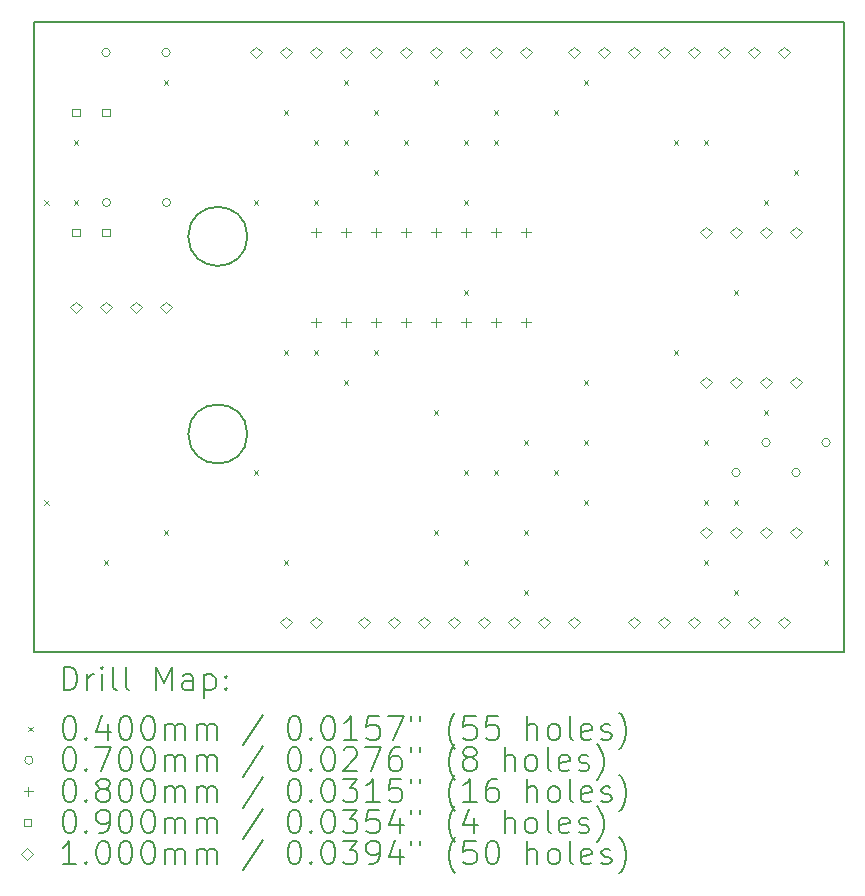
<source format=gbr>
%TF.GenerationSoftware,KiCad,Pcbnew,8.0.6*%
%TF.CreationDate,2024-11-11T09:27:37+01:00*%
%TF.ProjectId,lmwb_lochraster_arduino_L293D,6c6d7762-5f6c-46f6-9368-726173746572,V.0.1*%
%TF.SameCoordinates,Original*%
%TF.FileFunction,Drillmap*%
%TF.FilePolarity,Positive*%
%FSLAX45Y45*%
G04 Gerber Fmt 4.5, Leading zero omitted, Abs format (unit mm)*
G04 Created by KiCad (PCBNEW 8.0.6) date 2024-11-11 09:27:37*
%MOMM*%
%LPD*%
G01*
G04 APERTURE LIST*
%ADD10C,0.150000*%
%ADD11C,0.200000*%
%ADD12C,0.100000*%
G04 APERTURE END LIST*
D10*
X6277400Y-4351000D02*
G75*
G02*
X5777400Y-4351000I-250000J0D01*
G01*
X5777400Y-4351000D02*
G75*
G02*
X6277400Y-4351000I250000J0D01*
G01*
X4470380Y-2539980D02*
X11328380Y-2539980D01*
X11328380Y-7873980D01*
X4470380Y-7873980D01*
X4470380Y-2539980D01*
X6277400Y-6024000D02*
G75*
G02*
X5777400Y-6024000I-250000J0D01*
G01*
X5777400Y-6024000D02*
G75*
G02*
X6277400Y-6024000I250000J0D01*
G01*
D11*
D12*
X4557880Y-4044000D02*
X4597880Y-4084000D01*
X4597880Y-4044000D02*
X4557880Y-4084000D01*
X4557880Y-6584000D02*
X4597880Y-6624000D01*
X4597880Y-6584000D02*
X4557880Y-6624000D01*
X4806000Y-3536000D02*
X4846000Y-3576000D01*
X4846000Y-3536000D02*
X4806000Y-3576000D01*
X4806000Y-4044000D02*
X4846000Y-4084000D01*
X4846000Y-4044000D02*
X4806000Y-4084000D01*
X5060000Y-7092000D02*
X5100000Y-7132000D01*
X5100000Y-7092000D02*
X5060000Y-7132000D01*
X5568000Y-3028000D02*
X5608000Y-3068000D01*
X5608000Y-3028000D02*
X5568000Y-3068000D01*
X5568000Y-6838000D02*
X5608000Y-6878000D01*
X5608000Y-6838000D02*
X5568000Y-6878000D01*
X6330000Y-4044000D02*
X6370000Y-4084000D01*
X6370000Y-4044000D02*
X6330000Y-4084000D01*
X6330000Y-6330000D02*
X6370000Y-6370000D01*
X6370000Y-6330000D02*
X6330000Y-6370000D01*
X6584000Y-3282000D02*
X6624000Y-3322000D01*
X6624000Y-3282000D02*
X6584000Y-3322000D01*
X6584000Y-5314000D02*
X6624000Y-5354000D01*
X6624000Y-5314000D02*
X6584000Y-5354000D01*
X6584000Y-7092000D02*
X6624000Y-7132000D01*
X6624000Y-7092000D02*
X6584000Y-7132000D01*
X6838000Y-3536000D02*
X6878000Y-3576000D01*
X6878000Y-3536000D02*
X6838000Y-3576000D01*
X6838000Y-4044000D02*
X6878000Y-4084000D01*
X6878000Y-4044000D02*
X6838000Y-4084000D01*
X6838000Y-5314000D02*
X6878000Y-5354000D01*
X6878000Y-5314000D02*
X6838000Y-5354000D01*
X7092000Y-3028000D02*
X7132000Y-3068000D01*
X7132000Y-3028000D02*
X7092000Y-3068000D01*
X7092000Y-3536000D02*
X7132000Y-3576000D01*
X7132000Y-3536000D02*
X7092000Y-3576000D01*
X7092000Y-5568000D02*
X7132000Y-5608000D01*
X7132000Y-5568000D02*
X7092000Y-5608000D01*
X7346000Y-5314000D02*
X7386000Y-5354000D01*
X7386000Y-5314000D02*
X7346000Y-5354000D01*
X7346000Y-3282000D02*
X7386000Y-3322000D01*
X7386000Y-3282000D02*
X7346000Y-3322000D01*
X7346000Y-3790000D02*
X7386000Y-3830000D01*
X7386000Y-3790000D02*
X7346000Y-3830000D01*
X7600000Y-3536000D02*
X7640000Y-3576000D01*
X7640000Y-3536000D02*
X7600000Y-3576000D01*
X7854000Y-3028000D02*
X7894000Y-3068000D01*
X7894000Y-3028000D02*
X7854000Y-3068000D01*
X7854000Y-5822000D02*
X7894000Y-5862000D01*
X7894000Y-5822000D02*
X7854000Y-5862000D01*
X7854000Y-6838000D02*
X7894000Y-6878000D01*
X7894000Y-6838000D02*
X7854000Y-6878000D01*
X8108000Y-3536000D02*
X8148000Y-3576000D01*
X8148000Y-3536000D02*
X8108000Y-3576000D01*
X8108000Y-4044000D02*
X8148000Y-4084000D01*
X8148000Y-4044000D02*
X8108000Y-4084000D01*
X8108000Y-4806000D02*
X8148000Y-4846000D01*
X8148000Y-4806000D02*
X8108000Y-4846000D01*
X8108000Y-6330000D02*
X8148000Y-6370000D01*
X8148000Y-6330000D02*
X8108000Y-6370000D01*
X8108000Y-7092000D02*
X8148000Y-7132000D01*
X8148000Y-7092000D02*
X8108000Y-7132000D01*
X8362000Y-3282000D02*
X8402000Y-3322000D01*
X8402000Y-3282000D02*
X8362000Y-3322000D01*
X8362000Y-3536000D02*
X8402000Y-3576000D01*
X8402000Y-3536000D02*
X8362000Y-3576000D01*
X8362000Y-6330000D02*
X8402000Y-6370000D01*
X8402000Y-6330000D02*
X8362000Y-6370000D01*
X8616000Y-6838000D02*
X8656000Y-6878000D01*
X8656000Y-6838000D02*
X8616000Y-6878000D01*
X8616000Y-7346000D02*
X8656000Y-7386000D01*
X8656000Y-7346000D02*
X8616000Y-7386000D01*
X8616000Y-6076000D02*
X8656000Y-6116000D01*
X8656000Y-6076000D02*
X8616000Y-6116000D01*
X8870000Y-3282000D02*
X8910000Y-3322000D01*
X8910000Y-3282000D02*
X8870000Y-3322000D01*
X8870000Y-6330000D02*
X8910000Y-6370000D01*
X8910000Y-6330000D02*
X8870000Y-6370000D01*
X9124000Y-3028000D02*
X9164000Y-3068000D01*
X9164000Y-3028000D02*
X9124000Y-3068000D01*
X9124000Y-5568000D02*
X9164000Y-5608000D01*
X9164000Y-5568000D02*
X9124000Y-5608000D01*
X9124000Y-6076000D02*
X9164000Y-6116000D01*
X9164000Y-6076000D02*
X9124000Y-6116000D01*
X9124000Y-6584000D02*
X9164000Y-6624000D01*
X9164000Y-6584000D02*
X9124000Y-6624000D01*
X9886000Y-3536000D02*
X9926000Y-3576000D01*
X9926000Y-3536000D02*
X9886000Y-3576000D01*
X9886000Y-5314000D02*
X9926000Y-5354000D01*
X9926000Y-5314000D02*
X9886000Y-5354000D01*
X10140000Y-3536000D02*
X10180000Y-3576000D01*
X10180000Y-3536000D02*
X10140000Y-3576000D01*
X10140000Y-6076000D02*
X10180000Y-6116000D01*
X10180000Y-6076000D02*
X10140000Y-6116000D01*
X10140000Y-6584000D02*
X10180000Y-6624000D01*
X10180000Y-6584000D02*
X10140000Y-6624000D01*
X10140000Y-7092000D02*
X10180000Y-7132000D01*
X10180000Y-7092000D02*
X10140000Y-7132000D01*
X10394000Y-4806000D02*
X10434000Y-4846000D01*
X10434000Y-4806000D02*
X10394000Y-4846000D01*
X10394000Y-6584000D02*
X10434000Y-6624000D01*
X10434000Y-6584000D02*
X10394000Y-6624000D01*
X10394000Y-7346000D02*
X10434000Y-7386000D01*
X10434000Y-7346000D02*
X10394000Y-7386000D01*
X10648000Y-4044000D02*
X10688000Y-4084000D01*
X10688000Y-4044000D02*
X10648000Y-4084000D01*
X10648000Y-5822000D02*
X10688000Y-5862000D01*
X10688000Y-5822000D02*
X10648000Y-5862000D01*
X10902000Y-3790000D02*
X10942000Y-3830000D01*
X10942000Y-3790000D02*
X10902000Y-3830000D01*
X11156000Y-7092000D02*
X11196000Y-7132000D01*
X11196000Y-7092000D02*
X11156000Y-7132000D01*
X5115000Y-2794000D02*
G75*
G02*
X5045000Y-2794000I-35000J0D01*
G01*
X5045000Y-2794000D02*
G75*
G02*
X5115000Y-2794000I35000J0D01*
G01*
X5120000Y-4064000D02*
G75*
G02*
X5050000Y-4064000I-35000J0D01*
G01*
X5050000Y-4064000D02*
G75*
G02*
X5120000Y-4064000I35000J0D01*
G01*
X5623000Y-2794000D02*
G75*
G02*
X5553000Y-2794000I-35000J0D01*
G01*
X5553000Y-2794000D02*
G75*
G02*
X5623000Y-2794000I35000J0D01*
G01*
X5628000Y-4064000D02*
G75*
G02*
X5558000Y-4064000I-35000J0D01*
G01*
X5558000Y-4064000D02*
G75*
G02*
X5628000Y-4064000I35000J0D01*
G01*
X10449000Y-6350000D02*
G75*
G02*
X10379000Y-6350000I-35000J0D01*
G01*
X10379000Y-6350000D02*
G75*
G02*
X10449000Y-6350000I35000J0D01*
G01*
X10703000Y-6096000D02*
G75*
G02*
X10633000Y-6096000I-35000J0D01*
G01*
X10633000Y-6096000D02*
G75*
G02*
X10703000Y-6096000I35000J0D01*
G01*
X10957000Y-6350000D02*
G75*
G02*
X10887000Y-6350000I-35000J0D01*
G01*
X10887000Y-6350000D02*
G75*
G02*
X10957000Y-6350000I35000J0D01*
G01*
X11211000Y-6096000D02*
G75*
G02*
X11141000Y-6096000I-35000J0D01*
G01*
X11141000Y-6096000D02*
G75*
G02*
X11211000Y-6096000I35000J0D01*
G01*
X6858000Y-4278000D02*
X6858000Y-4358000D01*
X6818000Y-4318000D02*
X6898000Y-4318000D01*
X6858000Y-5040000D02*
X6858000Y-5120000D01*
X6818000Y-5080000D02*
X6898000Y-5080000D01*
X7112000Y-4278000D02*
X7112000Y-4358000D01*
X7072000Y-4318000D02*
X7152000Y-4318000D01*
X7112000Y-5040000D02*
X7112000Y-5120000D01*
X7072000Y-5080000D02*
X7152000Y-5080000D01*
X7366000Y-5040000D02*
X7366000Y-5120000D01*
X7326000Y-5080000D02*
X7406000Y-5080000D01*
X7366000Y-4278000D02*
X7366000Y-4358000D01*
X7326000Y-4318000D02*
X7406000Y-4318000D01*
X7620000Y-4278000D02*
X7620000Y-4358000D01*
X7580000Y-4318000D02*
X7660000Y-4318000D01*
X7620000Y-5040000D02*
X7620000Y-5120000D01*
X7580000Y-5080000D02*
X7660000Y-5080000D01*
X7874000Y-4278000D02*
X7874000Y-4358000D01*
X7834000Y-4318000D02*
X7914000Y-4318000D01*
X7874000Y-5040000D02*
X7874000Y-5120000D01*
X7834000Y-5080000D02*
X7914000Y-5080000D01*
X8128000Y-4278000D02*
X8128000Y-4358000D01*
X8088000Y-4318000D02*
X8168000Y-4318000D01*
X8128000Y-5040000D02*
X8128000Y-5120000D01*
X8088000Y-5080000D02*
X8168000Y-5080000D01*
X8382000Y-4278000D02*
X8382000Y-4358000D01*
X8342000Y-4318000D02*
X8422000Y-4318000D01*
X8382000Y-5040000D02*
X8382000Y-5120000D01*
X8342000Y-5080000D02*
X8422000Y-5080000D01*
X8636000Y-4278000D02*
X8636000Y-4358000D01*
X8596000Y-4318000D02*
X8676000Y-4318000D01*
X8636000Y-5040000D02*
X8636000Y-5120000D01*
X8596000Y-5080000D02*
X8676000Y-5080000D01*
X4857820Y-3333820D02*
X4857820Y-3270180D01*
X4794180Y-3270180D01*
X4794180Y-3333820D01*
X4857820Y-3333820D01*
X4857820Y-4349820D02*
X4857820Y-4286180D01*
X4794180Y-4286180D01*
X4794180Y-4349820D01*
X4857820Y-4349820D01*
X5111820Y-3333820D02*
X5111820Y-3270180D01*
X5048180Y-3270180D01*
X5048180Y-3333820D01*
X5111820Y-3333820D01*
X5111820Y-4349820D02*
X5111820Y-4286180D01*
X5048180Y-4286180D01*
X5048180Y-4349820D01*
X5111820Y-4349820D01*
X4826000Y-5003000D02*
X4876000Y-4953000D01*
X4826000Y-4903000D01*
X4776000Y-4953000D01*
X4826000Y-5003000D01*
X5080000Y-5003000D02*
X5130000Y-4953000D01*
X5080000Y-4903000D01*
X5030000Y-4953000D01*
X5080000Y-5003000D01*
X5334000Y-5003000D02*
X5384000Y-4953000D01*
X5334000Y-4903000D01*
X5284000Y-4953000D01*
X5334000Y-5003000D01*
X5588000Y-5003000D02*
X5638000Y-4953000D01*
X5588000Y-4903000D01*
X5538000Y-4953000D01*
X5588000Y-5003000D01*
X6350000Y-2844000D02*
X6400000Y-2794000D01*
X6350000Y-2744000D01*
X6300000Y-2794000D01*
X6350000Y-2844000D01*
X6604000Y-2844000D02*
X6654000Y-2794000D01*
X6604000Y-2744000D01*
X6554000Y-2794000D01*
X6604000Y-2844000D01*
X6604000Y-7670000D02*
X6654000Y-7620000D01*
X6604000Y-7570000D01*
X6554000Y-7620000D01*
X6604000Y-7670000D01*
X6858000Y-2844000D02*
X6908000Y-2794000D01*
X6858000Y-2744000D01*
X6808000Y-2794000D01*
X6858000Y-2844000D01*
X6858000Y-7670000D02*
X6908000Y-7620000D01*
X6858000Y-7570000D01*
X6808000Y-7620000D01*
X6858000Y-7670000D01*
X7112000Y-2844000D02*
X7162000Y-2794000D01*
X7112000Y-2744000D01*
X7062000Y-2794000D01*
X7112000Y-2844000D01*
X7264400Y-7670000D02*
X7314400Y-7620000D01*
X7264400Y-7570000D01*
X7214400Y-7620000D01*
X7264400Y-7670000D01*
X7366000Y-2844000D02*
X7416000Y-2794000D01*
X7366000Y-2744000D01*
X7316000Y-2794000D01*
X7366000Y-2844000D01*
X7518400Y-7670000D02*
X7568400Y-7620000D01*
X7518400Y-7570000D01*
X7468400Y-7620000D01*
X7518400Y-7670000D01*
X7620000Y-2844000D02*
X7670000Y-2794000D01*
X7620000Y-2744000D01*
X7570000Y-2794000D01*
X7620000Y-2844000D01*
X7772400Y-7670000D02*
X7822400Y-7620000D01*
X7772400Y-7570000D01*
X7722400Y-7620000D01*
X7772400Y-7670000D01*
X7874000Y-2844000D02*
X7924000Y-2794000D01*
X7874000Y-2744000D01*
X7824000Y-2794000D01*
X7874000Y-2844000D01*
X8026400Y-7670000D02*
X8076400Y-7620000D01*
X8026400Y-7570000D01*
X7976400Y-7620000D01*
X8026400Y-7670000D01*
X8128000Y-2844000D02*
X8178000Y-2794000D01*
X8128000Y-2744000D01*
X8078000Y-2794000D01*
X8128000Y-2844000D01*
X8280400Y-7670000D02*
X8330400Y-7620000D01*
X8280400Y-7570000D01*
X8230400Y-7620000D01*
X8280400Y-7670000D01*
X8382000Y-2844000D02*
X8432000Y-2794000D01*
X8382000Y-2744000D01*
X8332000Y-2794000D01*
X8382000Y-2844000D01*
X8534400Y-7670000D02*
X8584400Y-7620000D01*
X8534400Y-7570000D01*
X8484400Y-7620000D01*
X8534400Y-7670000D01*
X8636000Y-2844000D02*
X8686000Y-2794000D01*
X8636000Y-2744000D01*
X8586000Y-2794000D01*
X8636000Y-2844000D01*
X8788400Y-7670000D02*
X8838400Y-7620000D01*
X8788400Y-7570000D01*
X8738400Y-7620000D01*
X8788400Y-7670000D01*
X9042400Y-2844000D02*
X9092400Y-2794000D01*
X9042400Y-2744000D01*
X8992400Y-2794000D01*
X9042400Y-2844000D01*
X9042400Y-7670000D02*
X9092400Y-7620000D01*
X9042400Y-7570000D01*
X8992400Y-7620000D01*
X9042400Y-7670000D01*
X9296400Y-2844000D02*
X9346400Y-2794000D01*
X9296400Y-2744000D01*
X9246400Y-2794000D01*
X9296400Y-2844000D01*
X9550400Y-2844000D02*
X9600400Y-2794000D01*
X9550400Y-2744000D01*
X9500400Y-2794000D01*
X9550400Y-2844000D01*
X9550400Y-7670000D02*
X9600400Y-7620000D01*
X9550400Y-7570000D01*
X9500400Y-7620000D01*
X9550400Y-7670000D01*
X9804400Y-2844000D02*
X9854400Y-2794000D01*
X9804400Y-2744000D01*
X9754400Y-2794000D01*
X9804400Y-2844000D01*
X9804400Y-7670000D02*
X9854400Y-7620000D01*
X9804400Y-7570000D01*
X9754400Y-7620000D01*
X9804400Y-7670000D01*
X10058400Y-2844000D02*
X10108400Y-2794000D01*
X10058400Y-2744000D01*
X10008400Y-2794000D01*
X10058400Y-2844000D01*
X10058400Y-7670000D02*
X10108400Y-7620000D01*
X10058400Y-7570000D01*
X10008400Y-7620000D01*
X10058400Y-7670000D01*
X10160000Y-4368000D02*
X10210000Y-4318000D01*
X10160000Y-4268000D01*
X10110000Y-4318000D01*
X10160000Y-4368000D01*
X10160000Y-5638000D02*
X10210000Y-5588000D01*
X10160000Y-5538000D01*
X10110000Y-5588000D01*
X10160000Y-5638000D01*
X10160000Y-6908000D02*
X10210000Y-6858000D01*
X10160000Y-6808000D01*
X10110000Y-6858000D01*
X10160000Y-6908000D01*
X10312400Y-2844000D02*
X10362400Y-2794000D01*
X10312400Y-2744000D01*
X10262400Y-2794000D01*
X10312400Y-2844000D01*
X10312400Y-7670000D02*
X10362400Y-7620000D01*
X10312400Y-7570000D01*
X10262400Y-7620000D01*
X10312400Y-7670000D01*
X10414000Y-4368000D02*
X10464000Y-4318000D01*
X10414000Y-4268000D01*
X10364000Y-4318000D01*
X10414000Y-4368000D01*
X10414000Y-5638000D02*
X10464000Y-5588000D01*
X10414000Y-5538000D01*
X10364000Y-5588000D01*
X10414000Y-5638000D01*
X10414000Y-6908000D02*
X10464000Y-6858000D01*
X10414000Y-6808000D01*
X10364000Y-6858000D01*
X10414000Y-6908000D01*
X10566400Y-2844000D02*
X10616400Y-2794000D01*
X10566400Y-2744000D01*
X10516400Y-2794000D01*
X10566400Y-2844000D01*
X10566400Y-7670000D02*
X10616400Y-7620000D01*
X10566400Y-7570000D01*
X10516400Y-7620000D01*
X10566400Y-7670000D01*
X10668000Y-4368000D02*
X10718000Y-4318000D01*
X10668000Y-4268000D01*
X10618000Y-4318000D01*
X10668000Y-4368000D01*
X10668000Y-5638000D02*
X10718000Y-5588000D01*
X10668000Y-5538000D01*
X10618000Y-5588000D01*
X10668000Y-5638000D01*
X10668000Y-6908000D02*
X10718000Y-6858000D01*
X10668000Y-6808000D01*
X10618000Y-6858000D01*
X10668000Y-6908000D01*
X10820400Y-2844000D02*
X10870400Y-2794000D01*
X10820400Y-2744000D01*
X10770400Y-2794000D01*
X10820400Y-2844000D01*
X10820400Y-7670000D02*
X10870400Y-7620000D01*
X10820400Y-7570000D01*
X10770400Y-7620000D01*
X10820400Y-7670000D01*
X10922000Y-4368000D02*
X10972000Y-4318000D01*
X10922000Y-4268000D01*
X10872000Y-4318000D01*
X10922000Y-4368000D01*
X10922000Y-5638000D02*
X10972000Y-5588000D01*
X10922000Y-5538000D01*
X10872000Y-5588000D01*
X10922000Y-5638000D01*
X10922000Y-6908000D02*
X10972000Y-6858000D01*
X10922000Y-6808000D01*
X10872000Y-6858000D01*
X10922000Y-6908000D01*
D11*
X4723657Y-8192964D02*
X4723657Y-7992964D01*
X4723657Y-7992964D02*
X4771276Y-7992964D01*
X4771276Y-7992964D02*
X4799847Y-8002488D01*
X4799847Y-8002488D02*
X4818895Y-8021535D01*
X4818895Y-8021535D02*
X4828419Y-8040583D01*
X4828419Y-8040583D02*
X4837943Y-8078678D01*
X4837943Y-8078678D02*
X4837943Y-8107249D01*
X4837943Y-8107249D02*
X4828419Y-8145345D01*
X4828419Y-8145345D02*
X4818895Y-8164392D01*
X4818895Y-8164392D02*
X4799847Y-8183440D01*
X4799847Y-8183440D02*
X4771276Y-8192964D01*
X4771276Y-8192964D02*
X4723657Y-8192964D01*
X4923657Y-8192964D02*
X4923657Y-8059630D01*
X4923657Y-8097726D02*
X4933181Y-8078678D01*
X4933181Y-8078678D02*
X4942704Y-8069154D01*
X4942704Y-8069154D02*
X4961752Y-8059630D01*
X4961752Y-8059630D02*
X4980800Y-8059630D01*
X5047466Y-8192964D02*
X5047466Y-8059630D01*
X5047466Y-7992964D02*
X5037943Y-8002488D01*
X5037943Y-8002488D02*
X5047466Y-8012011D01*
X5047466Y-8012011D02*
X5056990Y-8002488D01*
X5056990Y-8002488D02*
X5047466Y-7992964D01*
X5047466Y-7992964D02*
X5047466Y-8012011D01*
X5171276Y-8192964D02*
X5152228Y-8183440D01*
X5152228Y-8183440D02*
X5142704Y-8164392D01*
X5142704Y-8164392D02*
X5142704Y-7992964D01*
X5276038Y-8192964D02*
X5256990Y-8183440D01*
X5256990Y-8183440D02*
X5247466Y-8164392D01*
X5247466Y-8164392D02*
X5247466Y-7992964D01*
X5504609Y-8192964D02*
X5504609Y-7992964D01*
X5504609Y-7992964D02*
X5571276Y-8135821D01*
X5571276Y-8135821D02*
X5637942Y-7992964D01*
X5637942Y-7992964D02*
X5637942Y-8192964D01*
X5818895Y-8192964D02*
X5818895Y-8088202D01*
X5818895Y-8088202D02*
X5809371Y-8069154D01*
X5809371Y-8069154D02*
X5790323Y-8059630D01*
X5790323Y-8059630D02*
X5752228Y-8059630D01*
X5752228Y-8059630D02*
X5733181Y-8069154D01*
X5818895Y-8183440D02*
X5799847Y-8192964D01*
X5799847Y-8192964D02*
X5752228Y-8192964D01*
X5752228Y-8192964D02*
X5733181Y-8183440D01*
X5733181Y-8183440D02*
X5723657Y-8164392D01*
X5723657Y-8164392D02*
X5723657Y-8145345D01*
X5723657Y-8145345D02*
X5733181Y-8126297D01*
X5733181Y-8126297D02*
X5752228Y-8116773D01*
X5752228Y-8116773D02*
X5799847Y-8116773D01*
X5799847Y-8116773D02*
X5818895Y-8107249D01*
X5914133Y-8059630D02*
X5914133Y-8259630D01*
X5914133Y-8069154D02*
X5933181Y-8059630D01*
X5933181Y-8059630D02*
X5971276Y-8059630D01*
X5971276Y-8059630D02*
X5990323Y-8069154D01*
X5990323Y-8069154D02*
X5999847Y-8078678D01*
X5999847Y-8078678D02*
X6009371Y-8097726D01*
X6009371Y-8097726D02*
X6009371Y-8154868D01*
X6009371Y-8154868D02*
X5999847Y-8173916D01*
X5999847Y-8173916D02*
X5990323Y-8183440D01*
X5990323Y-8183440D02*
X5971276Y-8192964D01*
X5971276Y-8192964D02*
X5933181Y-8192964D01*
X5933181Y-8192964D02*
X5914133Y-8183440D01*
X6095085Y-8173916D02*
X6104609Y-8183440D01*
X6104609Y-8183440D02*
X6095085Y-8192964D01*
X6095085Y-8192964D02*
X6085562Y-8183440D01*
X6085562Y-8183440D02*
X6095085Y-8173916D01*
X6095085Y-8173916D02*
X6095085Y-8192964D01*
X6095085Y-8069154D02*
X6104609Y-8078678D01*
X6104609Y-8078678D02*
X6095085Y-8088202D01*
X6095085Y-8088202D02*
X6085562Y-8078678D01*
X6085562Y-8078678D02*
X6095085Y-8069154D01*
X6095085Y-8069154D02*
X6095085Y-8088202D01*
D12*
X4422880Y-8501480D02*
X4462880Y-8541480D01*
X4462880Y-8501480D02*
X4422880Y-8541480D01*
D11*
X4761752Y-8412964D02*
X4780800Y-8412964D01*
X4780800Y-8412964D02*
X4799847Y-8422488D01*
X4799847Y-8422488D02*
X4809371Y-8432011D01*
X4809371Y-8432011D02*
X4818895Y-8451059D01*
X4818895Y-8451059D02*
X4828419Y-8489154D01*
X4828419Y-8489154D02*
X4828419Y-8536773D01*
X4828419Y-8536773D02*
X4818895Y-8574869D01*
X4818895Y-8574869D02*
X4809371Y-8593916D01*
X4809371Y-8593916D02*
X4799847Y-8603440D01*
X4799847Y-8603440D02*
X4780800Y-8612964D01*
X4780800Y-8612964D02*
X4761752Y-8612964D01*
X4761752Y-8612964D02*
X4742704Y-8603440D01*
X4742704Y-8603440D02*
X4733181Y-8593916D01*
X4733181Y-8593916D02*
X4723657Y-8574869D01*
X4723657Y-8574869D02*
X4714133Y-8536773D01*
X4714133Y-8536773D02*
X4714133Y-8489154D01*
X4714133Y-8489154D02*
X4723657Y-8451059D01*
X4723657Y-8451059D02*
X4733181Y-8432011D01*
X4733181Y-8432011D02*
X4742704Y-8422488D01*
X4742704Y-8422488D02*
X4761752Y-8412964D01*
X4914133Y-8593916D02*
X4923657Y-8603440D01*
X4923657Y-8603440D02*
X4914133Y-8612964D01*
X4914133Y-8612964D02*
X4904609Y-8603440D01*
X4904609Y-8603440D02*
X4914133Y-8593916D01*
X4914133Y-8593916D02*
X4914133Y-8612964D01*
X5095085Y-8479630D02*
X5095085Y-8612964D01*
X5047466Y-8403440D02*
X4999847Y-8546297D01*
X4999847Y-8546297D02*
X5123657Y-8546297D01*
X5237943Y-8412964D02*
X5256990Y-8412964D01*
X5256990Y-8412964D02*
X5276038Y-8422488D01*
X5276038Y-8422488D02*
X5285562Y-8432011D01*
X5285562Y-8432011D02*
X5295085Y-8451059D01*
X5295085Y-8451059D02*
X5304609Y-8489154D01*
X5304609Y-8489154D02*
X5304609Y-8536773D01*
X5304609Y-8536773D02*
X5295085Y-8574869D01*
X5295085Y-8574869D02*
X5285562Y-8593916D01*
X5285562Y-8593916D02*
X5276038Y-8603440D01*
X5276038Y-8603440D02*
X5256990Y-8612964D01*
X5256990Y-8612964D02*
X5237943Y-8612964D01*
X5237943Y-8612964D02*
X5218895Y-8603440D01*
X5218895Y-8603440D02*
X5209371Y-8593916D01*
X5209371Y-8593916D02*
X5199847Y-8574869D01*
X5199847Y-8574869D02*
X5190324Y-8536773D01*
X5190324Y-8536773D02*
X5190324Y-8489154D01*
X5190324Y-8489154D02*
X5199847Y-8451059D01*
X5199847Y-8451059D02*
X5209371Y-8432011D01*
X5209371Y-8432011D02*
X5218895Y-8422488D01*
X5218895Y-8422488D02*
X5237943Y-8412964D01*
X5428419Y-8412964D02*
X5447466Y-8412964D01*
X5447466Y-8412964D02*
X5466514Y-8422488D01*
X5466514Y-8422488D02*
X5476038Y-8432011D01*
X5476038Y-8432011D02*
X5485562Y-8451059D01*
X5485562Y-8451059D02*
X5495085Y-8489154D01*
X5495085Y-8489154D02*
X5495085Y-8536773D01*
X5495085Y-8536773D02*
X5485562Y-8574869D01*
X5485562Y-8574869D02*
X5476038Y-8593916D01*
X5476038Y-8593916D02*
X5466514Y-8603440D01*
X5466514Y-8603440D02*
X5447466Y-8612964D01*
X5447466Y-8612964D02*
X5428419Y-8612964D01*
X5428419Y-8612964D02*
X5409371Y-8603440D01*
X5409371Y-8603440D02*
X5399847Y-8593916D01*
X5399847Y-8593916D02*
X5390324Y-8574869D01*
X5390324Y-8574869D02*
X5380800Y-8536773D01*
X5380800Y-8536773D02*
X5380800Y-8489154D01*
X5380800Y-8489154D02*
X5390324Y-8451059D01*
X5390324Y-8451059D02*
X5399847Y-8432011D01*
X5399847Y-8432011D02*
X5409371Y-8422488D01*
X5409371Y-8422488D02*
X5428419Y-8412964D01*
X5580800Y-8612964D02*
X5580800Y-8479630D01*
X5580800Y-8498678D02*
X5590324Y-8489154D01*
X5590324Y-8489154D02*
X5609371Y-8479630D01*
X5609371Y-8479630D02*
X5637943Y-8479630D01*
X5637943Y-8479630D02*
X5656990Y-8489154D01*
X5656990Y-8489154D02*
X5666514Y-8508202D01*
X5666514Y-8508202D02*
X5666514Y-8612964D01*
X5666514Y-8508202D02*
X5676038Y-8489154D01*
X5676038Y-8489154D02*
X5695085Y-8479630D01*
X5695085Y-8479630D02*
X5723657Y-8479630D01*
X5723657Y-8479630D02*
X5742704Y-8489154D01*
X5742704Y-8489154D02*
X5752228Y-8508202D01*
X5752228Y-8508202D02*
X5752228Y-8612964D01*
X5847466Y-8612964D02*
X5847466Y-8479630D01*
X5847466Y-8498678D02*
X5856990Y-8489154D01*
X5856990Y-8489154D02*
X5876038Y-8479630D01*
X5876038Y-8479630D02*
X5904609Y-8479630D01*
X5904609Y-8479630D02*
X5923657Y-8489154D01*
X5923657Y-8489154D02*
X5933181Y-8508202D01*
X5933181Y-8508202D02*
X5933181Y-8612964D01*
X5933181Y-8508202D02*
X5942704Y-8489154D01*
X5942704Y-8489154D02*
X5961752Y-8479630D01*
X5961752Y-8479630D02*
X5990323Y-8479630D01*
X5990323Y-8479630D02*
X6009371Y-8489154D01*
X6009371Y-8489154D02*
X6018895Y-8508202D01*
X6018895Y-8508202D02*
X6018895Y-8612964D01*
X6409371Y-8403440D02*
X6237943Y-8660583D01*
X6666514Y-8412964D02*
X6685562Y-8412964D01*
X6685562Y-8412964D02*
X6704609Y-8422488D01*
X6704609Y-8422488D02*
X6714133Y-8432011D01*
X6714133Y-8432011D02*
X6723657Y-8451059D01*
X6723657Y-8451059D02*
X6733181Y-8489154D01*
X6733181Y-8489154D02*
X6733181Y-8536773D01*
X6733181Y-8536773D02*
X6723657Y-8574869D01*
X6723657Y-8574869D02*
X6714133Y-8593916D01*
X6714133Y-8593916D02*
X6704609Y-8603440D01*
X6704609Y-8603440D02*
X6685562Y-8612964D01*
X6685562Y-8612964D02*
X6666514Y-8612964D01*
X6666514Y-8612964D02*
X6647466Y-8603440D01*
X6647466Y-8603440D02*
X6637943Y-8593916D01*
X6637943Y-8593916D02*
X6628419Y-8574869D01*
X6628419Y-8574869D02*
X6618895Y-8536773D01*
X6618895Y-8536773D02*
X6618895Y-8489154D01*
X6618895Y-8489154D02*
X6628419Y-8451059D01*
X6628419Y-8451059D02*
X6637943Y-8432011D01*
X6637943Y-8432011D02*
X6647466Y-8422488D01*
X6647466Y-8422488D02*
X6666514Y-8412964D01*
X6818895Y-8593916D02*
X6828419Y-8603440D01*
X6828419Y-8603440D02*
X6818895Y-8612964D01*
X6818895Y-8612964D02*
X6809371Y-8603440D01*
X6809371Y-8603440D02*
X6818895Y-8593916D01*
X6818895Y-8593916D02*
X6818895Y-8612964D01*
X6952228Y-8412964D02*
X6971276Y-8412964D01*
X6971276Y-8412964D02*
X6990324Y-8422488D01*
X6990324Y-8422488D02*
X6999847Y-8432011D01*
X6999847Y-8432011D02*
X7009371Y-8451059D01*
X7009371Y-8451059D02*
X7018895Y-8489154D01*
X7018895Y-8489154D02*
X7018895Y-8536773D01*
X7018895Y-8536773D02*
X7009371Y-8574869D01*
X7009371Y-8574869D02*
X6999847Y-8593916D01*
X6999847Y-8593916D02*
X6990324Y-8603440D01*
X6990324Y-8603440D02*
X6971276Y-8612964D01*
X6971276Y-8612964D02*
X6952228Y-8612964D01*
X6952228Y-8612964D02*
X6933181Y-8603440D01*
X6933181Y-8603440D02*
X6923657Y-8593916D01*
X6923657Y-8593916D02*
X6914133Y-8574869D01*
X6914133Y-8574869D02*
X6904609Y-8536773D01*
X6904609Y-8536773D02*
X6904609Y-8489154D01*
X6904609Y-8489154D02*
X6914133Y-8451059D01*
X6914133Y-8451059D02*
X6923657Y-8432011D01*
X6923657Y-8432011D02*
X6933181Y-8422488D01*
X6933181Y-8422488D02*
X6952228Y-8412964D01*
X7209371Y-8612964D02*
X7095086Y-8612964D01*
X7152228Y-8612964D02*
X7152228Y-8412964D01*
X7152228Y-8412964D02*
X7133181Y-8441535D01*
X7133181Y-8441535D02*
X7114133Y-8460583D01*
X7114133Y-8460583D02*
X7095086Y-8470107D01*
X7390324Y-8412964D02*
X7295086Y-8412964D01*
X7295086Y-8412964D02*
X7285562Y-8508202D01*
X7285562Y-8508202D02*
X7295086Y-8498678D01*
X7295086Y-8498678D02*
X7314133Y-8489154D01*
X7314133Y-8489154D02*
X7361752Y-8489154D01*
X7361752Y-8489154D02*
X7380800Y-8498678D01*
X7380800Y-8498678D02*
X7390324Y-8508202D01*
X7390324Y-8508202D02*
X7399847Y-8527250D01*
X7399847Y-8527250D02*
X7399847Y-8574869D01*
X7399847Y-8574869D02*
X7390324Y-8593916D01*
X7390324Y-8593916D02*
X7380800Y-8603440D01*
X7380800Y-8603440D02*
X7361752Y-8612964D01*
X7361752Y-8612964D02*
X7314133Y-8612964D01*
X7314133Y-8612964D02*
X7295086Y-8603440D01*
X7295086Y-8603440D02*
X7285562Y-8593916D01*
X7466514Y-8412964D02*
X7599847Y-8412964D01*
X7599847Y-8412964D02*
X7514133Y-8612964D01*
X7666514Y-8412964D02*
X7666514Y-8451059D01*
X7742705Y-8412964D02*
X7742705Y-8451059D01*
X8037943Y-8689154D02*
X8028419Y-8679630D01*
X8028419Y-8679630D02*
X8009371Y-8651059D01*
X8009371Y-8651059D02*
X7999848Y-8632011D01*
X7999848Y-8632011D02*
X7990324Y-8603440D01*
X7990324Y-8603440D02*
X7980800Y-8555821D01*
X7980800Y-8555821D02*
X7980800Y-8517726D01*
X7980800Y-8517726D02*
X7990324Y-8470107D01*
X7990324Y-8470107D02*
X7999848Y-8441535D01*
X7999848Y-8441535D02*
X8009371Y-8422488D01*
X8009371Y-8422488D02*
X8028419Y-8393916D01*
X8028419Y-8393916D02*
X8037943Y-8384392D01*
X8209371Y-8412964D02*
X8114133Y-8412964D01*
X8114133Y-8412964D02*
X8104609Y-8508202D01*
X8104609Y-8508202D02*
X8114133Y-8498678D01*
X8114133Y-8498678D02*
X8133181Y-8489154D01*
X8133181Y-8489154D02*
X8180800Y-8489154D01*
X8180800Y-8489154D02*
X8199848Y-8498678D01*
X8199848Y-8498678D02*
X8209371Y-8508202D01*
X8209371Y-8508202D02*
X8218895Y-8527250D01*
X8218895Y-8527250D02*
X8218895Y-8574869D01*
X8218895Y-8574869D02*
X8209371Y-8593916D01*
X8209371Y-8593916D02*
X8199848Y-8603440D01*
X8199848Y-8603440D02*
X8180800Y-8612964D01*
X8180800Y-8612964D02*
X8133181Y-8612964D01*
X8133181Y-8612964D02*
X8114133Y-8603440D01*
X8114133Y-8603440D02*
X8104609Y-8593916D01*
X8399848Y-8412964D02*
X8304609Y-8412964D01*
X8304609Y-8412964D02*
X8295086Y-8508202D01*
X8295086Y-8508202D02*
X8304609Y-8498678D01*
X8304609Y-8498678D02*
X8323657Y-8489154D01*
X8323657Y-8489154D02*
X8371276Y-8489154D01*
X8371276Y-8489154D02*
X8390324Y-8498678D01*
X8390324Y-8498678D02*
X8399848Y-8508202D01*
X8399848Y-8508202D02*
X8409371Y-8527250D01*
X8409371Y-8527250D02*
X8409371Y-8574869D01*
X8409371Y-8574869D02*
X8399848Y-8593916D01*
X8399848Y-8593916D02*
X8390324Y-8603440D01*
X8390324Y-8603440D02*
X8371276Y-8612964D01*
X8371276Y-8612964D02*
X8323657Y-8612964D01*
X8323657Y-8612964D02*
X8304609Y-8603440D01*
X8304609Y-8603440D02*
X8295086Y-8593916D01*
X8647467Y-8612964D02*
X8647467Y-8412964D01*
X8733181Y-8612964D02*
X8733181Y-8508202D01*
X8733181Y-8508202D02*
X8723657Y-8489154D01*
X8723657Y-8489154D02*
X8704610Y-8479630D01*
X8704610Y-8479630D02*
X8676038Y-8479630D01*
X8676038Y-8479630D02*
X8656991Y-8489154D01*
X8656991Y-8489154D02*
X8647467Y-8498678D01*
X8856991Y-8612964D02*
X8837943Y-8603440D01*
X8837943Y-8603440D02*
X8828419Y-8593916D01*
X8828419Y-8593916D02*
X8818895Y-8574869D01*
X8818895Y-8574869D02*
X8818895Y-8517726D01*
X8818895Y-8517726D02*
X8828419Y-8498678D01*
X8828419Y-8498678D02*
X8837943Y-8489154D01*
X8837943Y-8489154D02*
X8856991Y-8479630D01*
X8856991Y-8479630D02*
X8885562Y-8479630D01*
X8885562Y-8479630D02*
X8904610Y-8489154D01*
X8904610Y-8489154D02*
X8914133Y-8498678D01*
X8914133Y-8498678D02*
X8923657Y-8517726D01*
X8923657Y-8517726D02*
X8923657Y-8574869D01*
X8923657Y-8574869D02*
X8914133Y-8593916D01*
X8914133Y-8593916D02*
X8904610Y-8603440D01*
X8904610Y-8603440D02*
X8885562Y-8612964D01*
X8885562Y-8612964D02*
X8856991Y-8612964D01*
X9037943Y-8612964D02*
X9018895Y-8603440D01*
X9018895Y-8603440D02*
X9009372Y-8584392D01*
X9009372Y-8584392D02*
X9009372Y-8412964D01*
X9190324Y-8603440D02*
X9171276Y-8612964D01*
X9171276Y-8612964D02*
X9133181Y-8612964D01*
X9133181Y-8612964D02*
X9114133Y-8603440D01*
X9114133Y-8603440D02*
X9104610Y-8584392D01*
X9104610Y-8584392D02*
X9104610Y-8508202D01*
X9104610Y-8508202D02*
X9114133Y-8489154D01*
X9114133Y-8489154D02*
X9133181Y-8479630D01*
X9133181Y-8479630D02*
X9171276Y-8479630D01*
X9171276Y-8479630D02*
X9190324Y-8489154D01*
X9190324Y-8489154D02*
X9199848Y-8508202D01*
X9199848Y-8508202D02*
X9199848Y-8527250D01*
X9199848Y-8527250D02*
X9104610Y-8546297D01*
X9276038Y-8603440D02*
X9295086Y-8612964D01*
X9295086Y-8612964D02*
X9333181Y-8612964D01*
X9333181Y-8612964D02*
X9352229Y-8603440D01*
X9352229Y-8603440D02*
X9361753Y-8584392D01*
X9361753Y-8584392D02*
X9361753Y-8574869D01*
X9361753Y-8574869D02*
X9352229Y-8555821D01*
X9352229Y-8555821D02*
X9333181Y-8546297D01*
X9333181Y-8546297D02*
X9304610Y-8546297D01*
X9304610Y-8546297D02*
X9285562Y-8536773D01*
X9285562Y-8536773D02*
X9276038Y-8517726D01*
X9276038Y-8517726D02*
X9276038Y-8508202D01*
X9276038Y-8508202D02*
X9285562Y-8489154D01*
X9285562Y-8489154D02*
X9304610Y-8479630D01*
X9304610Y-8479630D02*
X9333181Y-8479630D01*
X9333181Y-8479630D02*
X9352229Y-8489154D01*
X9428419Y-8689154D02*
X9437943Y-8679630D01*
X9437943Y-8679630D02*
X9456991Y-8651059D01*
X9456991Y-8651059D02*
X9466514Y-8632011D01*
X9466514Y-8632011D02*
X9476038Y-8603440D01*
X9476038Y-8603440D02*
X9485562Y-8555821D01*
X9485562Y-8555821D02*
X9485562Y-8517726D01*
X9485562Y-8517726D02*
X9476038Y-8470107D01*
X9476038Y-8470107D02*
X9466514Y-8441535D01*
X9466514Y-8441535D02*
X9456991Y-8422488D01*
X9456991Y-8422488D02*
X9437943Y-8393916D01*
X9437943Y-8393916D02*
X9428419Y-8384392D01*
D12*
X4462880Y-8785480D02*
G75*
G02*
X4392880Y-8785480I-35000J0D01*
G01*
X4392880Y-8785480D02*
G75*
G02*
X4462880Y-8785480I35000J0D01*
G01*
D11*
X4761752Y-8676964D02*
X4780800Y-8676964D01*
X4780800Y-8676964D02*
X4799847Y-8686488D01*
X4799847Y-8686488D02*
X4809371Y-8696011D01*
X4809371Y-8696011D02*
X4818895Y-8715059D01*
X4818895Y-8715059D02*
X4828419Y-8753154D01*
X4828419Y-8753154D02*
X4828419Y-8800773D01*
X4828419Y-8800773D02*
X4818895Y-8838869D01*
X4818895Y-8838869D02*
X4809371Y-8857916D01*
X4809371Y-8857916D02*
X4799847Y-8867440D01*
X4799847Y-8867440D02*
X4780800Y-8876964D01*
X4780800Y-8876964D02*
X4761752Y-8876964D01*
X4761752Y-8876964D02*
X4742704Y-8867440D01*
X4742704Y-8867440D02*
X4733181Y-8857916D01*
X4733181Y-8857916D02*
X4723657Y-8838869D01*
X4723657Y-8838869D02*
X4714133Y-8800773D01*
X4714133Y-8800773D02*
X4714133Y-8753154D01*
X4714133Y-8753154D02*
X4723657Y-8715059D01*
X4723657Y-8715059D02*
X4733181Y-8696011D01*
X4733181Y-8696011D02*
X4742704Y-8686488D01*
X4742704Y-8686488D02*
X4761752Y-8676964D01*
X4914133Y-8857916D02*
X4923657Y-8867440D01*
X4923657Y-8867440D02*
X4914133Y-8876964D01*
X4914133Y-8876964D02*
X4904609Y-8867440D01*
X4904609Y-8867440D02*
X4914133Y-8857916D01*
X4914133Y-8857916D02*
X4914133Y-8876964D01*
X4990324Y-8676964D02*
X5123657Y-8676964D01*
X5123657Y-8676964D02*
X5037943Y-8876964D01*
X5237943Y-8676964D02*
X5256990Y-8676964D01*
X5256990Y-8676964D02*
X5276038Y-8686488D01*
X5276038Y-8686488D02*
X5285562Y-8696011D01*
X5285562Y-8696011D02*
X5295085Y-8715059D01*
X5295085Y-8715059D02*
X5304609Y-8753154D01*
X5304609Y-8753154D02*
X5304609Y-8800773D01*
X5304609Y-8800773D02*
X5295085Y-8838869D01*
X5295085Y-8838869D02*
X5285562Y-8857916D01*
X5285562Y-8857916D02*
X5276038Y-8867440D01*
X5276038Y-8867440D02*
X5256990Y-8876964D01*
X5256990Y-8876964D02*
X5237943Y-8876964D01*
X5237943Y-8876964D02*
X5218895Y-8867440D01*
X5218895Y-8867440D02*
X5209371Y-8857916D01*
X5209371Y-8857916D02*
X5199847Y-8838869D01*
X5199847Y-8838869D02*
X5190324Y-8800773D01*
X5190324Y-8800773D02*
X5190324Y-8753154D01*
X5190324Y-8753154D02*
X5199847Y-8715059D01*
X5199847Y-8715059D02*
X5209371Y-8696011D01*
X5209371Y-8696011D02*
X5218895Y-8686488D01*
X5218895Y-8686488D02*
X5237943Y-8676964D01*
X5428419Y-8676964D02*
X5447466Y-8676964D01*
X5447466Y-8676964D02*
X5466514Y-8686488D01*
X5466514Y-8686488D02*
X5476038Y-8696011D01*
X5476038Y-8696011D02*
X5485562Y-8715059D01*
X5485562Y-8715059D02*
X5495085Y-8753154D01*
X5495085Y-8753154D02*
X5495085Y-8800773D01*
X5495085Y-8800773D02*
X5485562Y-8838869D01*
X5485562Y-8838869D02*
X5476038Y-8857916D01*
X5476038Y-8857916D02*
X5466514Y-8867440D01*
X5466514Y-8867440D02*
X5447466Y-8876964D01*
X5447466Y-8876964D02*
X5428419Y-8876964D01*
X5428419Y-8876964D02*
X5409371Y-8867440D01*
X5409371Y-8867440D02*
X5399847Y-8857916D01*
X5399847Y-8857916D02*
X5390324Y-8838869D01*
X5390324Y-8838869D02*
X5380800Y-8800773D01*
X5380800Y-8800773D02*
X5380800Y-8753154D01*
X5380800Y-8753154D02*
X5390324Y-8715059D01*
X5390324Y-8715059D02*
X5399847Y-8696011D01*
X5399847Y-8696011D02*
X5409371Y-8686488D01*
X5409371Y-8686488D02*
X5428419Y-8676964D01*
X5580800Y-8876964D02*
X5580800Y-8743630D01*
X5580800Y-8762678D02*
X5590324Y-8753154D01*
X5590324Y-8753154D02*
X5609371Y-8743630D01*
X5609371Y-8743630D02*
X5637943Y-8743630D01*
X5637943Y-8743630D02*
X5656990Y-8753154D01*
X5656990Y-8753154D02*
X5666514Y-8772202D01*
X5666514Y-8772202D02*
X5666514Y-8876964D01*
X5666514Y-8772202D02*
X5676038Y-8753154D01*
X5676038Y-8753154D02*
X5695085Y-8743630D01*
X5695085Y-8743630D02*
X5723657Y-8743630D01*
X5723657Y-8743630D02*
X5742704Y-8753154D01*
X5742704Y-8753154D02*
X5752228Y-8772202D01*
X5752228Y-8772202D02*
X5752228Y-8876964D01*
X5847466Y-8876964D02*
X5847466Y-8743630D01*
X5847466Y-8762678D02*
X5856990Y-8753154D01*
X5856990Y-8753154D02*
X5876038Y-8743630D01*
X5876038Y-8743630D02*
X5904609Y-8743630D01*
X5904609Y-8743630D02*
X5923657Y-8753154D01*
X5923657Y-8753154D02*
X5933181Y-8772202D01*
X5933181Y-8772202D02*
X5933181Y-8876964D01*
X5933181Y-8772202D02*
X5942704Y-8753154D01*
X5942704Y-8753154D02*
X5961752Y-8743630D01*
X5961752Y-8743630D02*
X5990323Y-8743630D01*
X5990323Y-8743630D02*
X6009371Y-8753154D01*
X6009371Y-8753154D02*
X6018895Y-8772202D01*
X6018895Y-8772202D02*
X6018895Y-8876964D01*
X6409371Y-8667440D02*
X6237943Y-8924583D01*
X6666514Y-8676964D02*
X6685562Y-8676964D01*
X6685562Y-8676964D02*
X6704609Y-8686488D01*
X6704609Y-8686488D02*
X6714133Y-8696011D01*
X6714133Y-8696011D02*
X6723657Y-8715059D01*
X6723657Y-8715059D02*
X6733181Y-8753154D01*
X6733181Y-8753154D02*
X6733181Y-8800773D01*
X6733181Y-8800773D02*
X6723657Y-8838869D01*
X6723657Y-8838869D02*
X6714133Y-8857916D01*
X6714133Y-8857916D02*
X6704609Y-8867440D01*
X6704609Y-8867440D02*
X6685562Y-8876964D01*
X6685562Y-8876964D02*
X6666514Y-8876964D01*
X6666514Y-8876964D02*
X6647466Y-8867440D01*
X6647466Y-8867440D02*
X6637943Y-8857916D01*
X6637943Y-8857916D02*
X6628419Y-8838869D01*
X6628419Y-8838869D02*
X6618895Y-8800773D01*
X6618895Y-8800773D02*
X6618895Y-8753154D01*
X6618895Y-8753154D02*
X6628419Y-8715059D01*
X6628419Y-8715059D02*
X6637943Y-8696011D01*
X6637943Y-8696011D02*
X6647466Y-8686488D01*
X6647466Y-8686488D02*
X6666514Y-8676964D01*
X6818895Y-8857916D02*
X6828419Y-8867440D01*
X6828419Y-8867440D02*
X6818895Y-8876964D01*
X6818895Y-8876964D02*
X6809371Y-8867440D01*
X6809371Y-8867440D02*
X6818895Y-8857916D01*
X6818895Y-8857916D02*
X6818895Y-8876964D01*
X6952228Y-8676964D02*
X6971276Y-8676964D01*
X6971276Y-8676964D02*
X6990324Y-8686488D01*
X6990324Y-8686488D02*
X6999847Y-8696011D01*
X6999847Y-8696011D02*
X7009371Y-8715059D01*
X7009371Y-8715059D02*
X7018895Y-8753154D01*
X7018895Y-8753154D02*
X7018895Y-8800773D01*
X7018895Y-8800773D02*
X7009371Y-8838869D01*
X7009371Y-8838869D02*
X6999847Y-8857916D01*
X6999847Y-8857916D02*
X6990324Y-8867440D01*
X6990324Y-8867440D02*
X6971276Y-8876964D01*
X6971276Y-8876964D02*
X6952228Y-8876964D01*
X6952228Y-8876964D02*
X6933181Y-8867440D01*
X6933181Y-8867440D02*
X6923657Y-8857916D01*
X6923657Y-8857916D02*
X6914133Y-8838869D01*
X6914133Y-8838869D02*
X6904609Y-8800773D01*
X6904609Y-8800773D02*
X6904609Y-8753154D01*
X6904609Y-8753154D02*
X6914133Y-8715059D01*
X6914133Y-8715059D02*
X6923657Y-8696011D01*
X6923657Y-8696011D02*
X6933181Y-8686488D01*
X6933181Y-8686488D02*
X6952228Y-8676964D01*
X7095086Y-8696011D02*
X7104609Y-8686488D01*
X7104609Y-8686488D02*
X7123657Y-8676964D01*
X7123657Y-8676964D02*
X7171276Y-8676964D01*
X7171276Y-8676964D02*
X7190324Y-8686488D01*
X7190324Y-8686488D02*
X7199847Y-8696011D01*
X7199847Y-8696011D02*
X7209371Y-8715059D01*
X7209371Y-8715059D02*
X7209371Y-8734107D01*
X7209371Y-8734107D02*
X7199847Y-8762678D01*
X7199847Y-8762678D02*
X7085562Y-8876964D01*
X7085562Y-8876964D02*
X7209371Y-8876964D01*
X7276038Y-8676964D02*
X7409371Y-8676964D01*
X7409371Y-8676964D02*
X7323657Y-8876964D01*
X7571276Y-8676964D02*
X7533181Y-8676964D01*
X7533181Y-8676964D02*
X7514133Y-8686488D01*
X7514133Y-8686488D02*
X7504609Y-8696011D01*
X7504609Y-8696011D02*
X7485562Y-8724583D01*
X7485562Y-8724583D02*
X7476038Y-8762678D01*
X7476038Y-8762678D02*
X7476038Y-8838869D01*
X7476038Y-8838869D02*
X7485562Y-8857916D01*
X7485562Y-8857916D02*
X7495086Y-8867440D01*
X7495086Y-8867440D02*
X7514133Y-8876964D01*
X7514133Y-8876964D02*
X7552228Y-8876964D01*
X7552228Y-8876964D02*
X7571276Y-8867440D01*
X7571276Y-8867440D02*
X7580800Y-8857916D01*
X7580800Y-8857916D02*
X7590324Y-8838869D01*
X7590324Y-8838869D02*
X7590324Y-8791250D01*
X7590324Y-8791250D02*
X7580800Y-8772202D01*
X7580800Y-8772202D02*
X7571276Y-8762678D01*
X7571276Y-8762678D02*
X7552228Y-8753154D01*
X7552228Y-8753154D02*
X7514133Y-8753154D01*
X7514133Y-8753154D02*
X7495086Y-8762678D01*
X7495086Y-8762678D02*
X7485562Y-8772202D01*
X7485562Y-8772202D02*
X7476038Y-8791250D01*
X7666514Y-8676964D02*
X7666514Y-8715059D01*
X7742705Y-8676964D02*
X7742705Y-8715059D01*
X8037943Y-8953154D02*
X8028419Y-8943630D01*
X8028419Y-8943630D02*
X8009371Y-8915059D01*
X8009371Y-8915059D02*
X7999848Y-8896011D01*
X7999848Y-8896011D02*
X7990324Y-8867440D01*
X7990324Y-8867440D02*
X7980800Y-8819821D01*
X7980800Y-8819821D02*
X7980800Y-8781726D01*
X7980800Y-8781726D02*
X7990324Y-8734107D01*
X7990324Y-8734107D02*
X7999848Y-8705535D01*
X7999848Y-8705535D02*
X8009371Y-8686488D01*
X8009371Y-8686488D02*
X8028419Y-8657916D01*
X8028419Y-8657916D02*
X8037943Y-8648392D01*
X8142705Y-8762678D02*
X8123657Y-8753154D01*
X8123657Y-8753154D02*
X8114133Y-8743630D01*
X8114133Y-8743630D02*
X8104609Y-8724583D01*
X8104609Y-8724583D02*
X8104609Y-8715059D01*
X8104609Y-8715059D02*
X8114133Y-8696011D01*
X8114133Y-8696011D02*
X8123657Y-8686488D01*
X8123657Y-8686488D02*
X8142705Y-8676964D01*
X8142705Y-8676964D02*
X8180800Y-8676964D01*
X8180800Y-8676964D02*
X8199848Y-8686488D01*
X8199848Y-8686488D02*
X8209371Y-8696011D01*
X8209371Y-8696011D02*
X8218895Y-8715059D01*
X8218895Y-8715059D02*
X8218895Y-8724583D01*
X8218895Y-8724583D02*
X8209371Y-8743630D01*
X8209371Y-8743630D02*
X8199848Y-8753154D01*
X8199848Y-8753154D02*
X8180800Y-8762678D01*
X8180800Y-8762678D02*
X8142705Y-8762678D01*
X8142705Y-8762678D02*
X8123657Y-8772202D01*
X8123657Y-8772202D02*
X8114133Y-8781726D01*
X8114133Y-8781726D02*
X8104609Y-8800773D01*
X8104609Y-8800773D02*
X8104609Y-8838869D01*
X8104609Y-8838869D02*
X8114133Y-8857916D01*
X8114133Y-8857916D02*
X8123657Y-8867440D01*
X8123657Y-8867440D02*
X8142705Y-8876964D01*
X8142705Y-8876964D02*
X8180800Y-8876964D01*
X8180800Y-8876964D02*
X8199848Y-8867440D01*
X8199848Y-8867440D02*
X8209371Y-8857916D01*
X8209371Y-8857916D02*
X8218895Y-8838869D01*
X8218895Y-8838869D02*
X8218895Y-8800773D01*
X8218895Y-8800773D02*
X8209371Y-8781726D01*
X8209371Y-8781726D02*
X8199848Y-8772202D01*
X8199848Y-8772202D02*
X8180800Y-8762678D01*
X8456991Y-8876964D02*
X8456991Y-8676964D01*
X8542705Y-8876964D02*
X8542705Y-8772202D01*
X8542705Y-8772202D02*
X8533181Y-8753154D01*
X8533181Y-8753154D02*
X8514133Y-8743630D01*
X8514133Y-8743630D02*
X8485562Y-8743630D01*
X8485562Y-8743630D02*
X8466514Y-8753154D01*
X8466514Y-8753154D02*
X8456991Y-8762678D01*
X8666514Y-8876964D02*
X8647467Y-8867440D01*
X8647467Y-8867440D02*
X8637943Y-8857916D01*
X8637943Y-8857916D02*
X8628419Y-8838869D01*
X8628419Y-8838869D02*
X8628419Y-8781726D01*
X8628419Y-8781726D02*
X8637943Y-8762678D01*
X8637943Y-8762678D02*
X8647467Y-8753154D01*
X8647467Y-8753154D02*
X8666514Y-8743630D01*
X8666514Y-8743630D02*
X8695086Y-8743630D01*
X8695086Y-8743630D02*
X8714133Y-8753154D01*
X8714133Y-8753154D02*
X8723657Y-8762678D01*
X8723657Y-8762678D02*
X8733181Y-8781726D01*
X8733181Y-8781726D02*
X8733181Y-8838869D01*
X8733181Y-8838869D02*
X8723657Y-8857916D01*
X8723657Y-8857916D02*
X8714133Y-8867440D01*
X8714133Y-8867440D02*
X8695086Y-8876964D01*
X8695086Y-8876964D02*
X8666514Y-8876964D01*
X8847467Y-8876964D02*
X8828419Y-8867440D01*
X8828419Y-8867440D02*
X8818895Y-8848392D01*
X8818895Y-8848392D02*
X8818895Y-8676964D01*
X8999848Y-8867440D02*
X8980800Y-8876964D01*
X8980800Y-8876964D02*
X8942705Y-8876964D01*
X8942705Y-8876964D02*
X8923657Y-8867440D01*
X8923657Y-8867440D02*
X8914133Y-8848392D01*
X8914133Y-8848392D02*
X8914133Y-8772202D01*
X8914133Y-8772202D02*
X8923657Y-8753154D01*
X8923657Y-8753154D02*
X8942705Y-8743630D01*
X8942705Y-8743630D02*
X8980800Y-8743630D01*
X8980800Y-8743630D02*
X8999848Y-8753154D01*
X8999848Y-8753154D02*
X9009372Y-8772202D01*
X9009372Y-8772202D02*
X9009372Y-8791250D01*
X9009372Y-8791250D02*
X8914133Y-8810297D01*
X9085562Y-8867440D02*
X9104610Y-8876964D01*
X9104610Y-8876964D02*
X9142705Y-8876964D01*
X9142705Y-8876964D02*
X9161753Y-8867440D01*
X9161753Y-8867440D02*
X9171276Y-8848392D01*
X9171276Y-8848392D02*
X9171276Y-8838869D01*
X9171276Y-8838869D02*
X9161753Y-8819821D01*
X9161753Y-8819821D02*
X9142705Y-8810297D01*
X9142705Y-8810297D02*
X9114133Y-8810297D01*
X9114133Y-8810297D02*
X9095086Y-8800773D01*
X9095086Y-8800773D02*
X9085562Y-8781726D01*
X9085562Y-8781726D02*
X9085562Y-8772202D01*
X9085562Y-8772202D02*
X9095086Y-8753154D01*
X9095086Y-8753154D02*
X9114133Y-8743630D01*
X9114133Y-8743630D02*
X9142705Y-8743630D01*
X9142705Y-8743630D02*
X9161753Y-8753154D01*
X9237943Y-8953154D02*
X9247467Y-8943630D01*
X9247467Y-8943630D02*
X9266514Y-8915059D01*
X9266514Y-8915059D02*
X9276038Y-8896011D01*
X9276038Y-8896011D02*
X9285562Y-8867440D01*
X9285562Y-8867440D02*
X9295086Y-8819821D01*
X9295086Y-8819821D02*
X9295086Y-8781726D01*
X9295086Y-8781726D02*
X9285562Y-8734107D01*
X9285562Y-8734107D02*
X9276038Y-8705535D01*
X9276038Y-8705535D02*
X9266514Y-8686488D01*
X9266514Y-8686488D02*
X9247467Y-8657916D01*
X9247467Y-8657916D02*
X9237943Y-8648392D01*
D12*
X4422880Y-9009480D02*
X4422880Y-9089480D01*
X4382880Y-9049480D02*
X4462880Y-9049480D01*
D11*
X4761752Y-8940964D02*
X4780800Y-8940964D01*
X4780800Y-8940964D02*
X4799847Y-8950488D01*
X4799847Y-8950488D02*
X4809371Y-8960011D01*
X4809371Y-8960011D02*
X4818895Y-8979059D01*
X4818895Y-8979059D02*
X4828419Y-9017154D01*
X4828419Y-9017154D02*
X4828419Y-9064773D01*
X4828419Y-9064773D02*
X4818895Y-9102869D01*
X4818895Y-9102869D02*
X4809371Y-9121916D01*
X4809371Y-9121916D02*
X4799847Y-9131440D01*
X4799847Y-9131440D02*
X4780800Y-9140964D01*
X4780800Y-9140964D02*
X4761752Y-9140964D01*
X4761752Y-9140964D02*
X4742704Y-9131440D01*
X4742704Y-9131440D02*
X4733181Y-9121916D01*
X4733181Y-9121916D02*
X4723657Y-9102869D01*
X4723657Y-9102869D02*
X4714133Y-9064773D01*
X4714133Y-9064773D02*
X4714133Y-9017154D01*
X4714133Y-9017154D02*
X4723657Y-8979059D01*
X4723657Y-8979059D02*
X4733181Y-8960011D01*
X4733181Y-8960011D02*
X4742704Y-8950488D01*
X4742704Y-8950488D02*
X4761752Y-8940964D01*
X4914133Y-9121916D02*
X4923657Y-9131440D01*
X4923657Y-9131440D02*
X4914133Y-9140964D01*
X4914133Y-9140964D02*
X4904609Y-9131440D01*
X4904609Y-9131440D02*
X4914133Y-9121916D01*
X4914133Y-9121916D02*
X4914133Y-9140964D01*
X5037943Y-9026678D02*
X5018895Y-9017154D01*
X5018895Y-9017154D02*
X5009371Y-9007630D01*
X5009371Y-9007630D02*
X4999847Y-8988583D01*
X4999847Y-8988583D02*
X4999847Y-8979059D01*
X4999847Y-8979059D02*
X5009371Y-8960011D01*
X5009371Y-8960011D02*
X5018895Y-8950488D01*
X5018895Y-8950488D02*
X5037943Y-8940964D01*
X5037943Y-8940964D02*
X5076038Y-8940964D01*
X5076038Y-8940964D02*
X5095085Y-8950488D01*
X5095085Y-8950488D02*
X5104609Y-8960011D01*
X5104609Y-8960011D02*
X5114133Y-8979059D01*
X5114133Y-8979059D02*
X5114133Y-8988583D01*
X5114133Y-8988583D02*
X5104609Y-9007630D01*
X5104609Y-9007630D02*
X5095085Y-9017154D01*
X5095085Y-9017154D02*
X5076038Y-9026678D01*
X5076038Y-9026678D02*
X5037943Y-9026678D01*
X5037943Y-9026678D02*
X5018895Y-9036202D01*
X5018895Y-9036202D02*
X5009371Y-9045726D01*
X5009371Y-9045726D02*
X4999847Y-9064773D01*
X4999847Y-9064773D02*
X4999847Y-9102869D01*
X4999847Y-9102869D02*
X5009371Y-9121916D01*
X5009371Y-9121916D02*
X5018895Y-9131440D01*
X5018895Y-9131440D02*
X5037943Y-9140964D01*
X5037943Y-9140964D02*
X5076038Y-9140964D01*
X5076038Y-9140964D02*
X5095085Y-9131440D01*
X5095085Y-9131440D02*
X5104609Y-9121916D01*
X5104609Y-9121916D02*
X5114133Y-9102869D01*
X5114133Y-9102869D02*
X5114133Y-9064773D01*
X5114133Y-9064773D02*
X5104609Y-9045726D01*
X5104609Y-9045726D02*
X5095085Y-9036202D01*
X5095085Y-9036202D02*
X5076038Y-9026678D01*
X5237943Y-8940964D02*
X5256990Y-8940964D01*
X5256990Y-8940964D02*
X5276038Y-8950488D01*
X5276038Y-8950488D02*
X5285562Y-8960011D01*
X5285562Y-8960011D02*
X5295085Y-8979059D01*
X5295085Y-8979059D02*
X5304609Y-9017154D01*
X5304609Y-9017154D02*
X5304609Y-9064773D01*
X5304609Y-9064773D02*
X5295085Y-9102869D01*
X5295085Y-9102869D02*
X5285562Y-9121916D01*
X5285562Y-9121916D02*
X5276038Y-9131440D01*
X5276038Y-9131440D02*
X5256990Y-9140964D01*
X5256990Y-9140964D02*
X5237943Y-9140964D01*
X5237943Y-9140964D02*
X5218895Y-9131440D01*
X5218895Y-9131440D02*
X5209371Y-9121916D01*
X5209371Y-9121916D02*
X5199847Y-9102869D01*
X5199847Y-9102869D02*
X5190324Y-9064773D01*
X5190324Y-9064773D02*
X5190324Y-9017154D01*
X5190324Y-9017154D02*
X5199847Y-8979059D01*
X5199847Y-8979059D02*
X5209371Y-8960011D01*
X5209371Y-8960011D02*
X5218895Y-8950488D01*
X5218895Y-8950488D02*
X5237943Y-8940964D01*
X5428419Y-8940964D02*
X5447466Y-8940964D01*
X5447466Y-8940964D02*
X5466514Y-8950488D01*
X5466514Y-8950488D02*
X5476038Y-8960011D01*
X5476038Y-8960011D02*
X5485562Y-8979059D01*
X5485562Y-8979059D02*
X5495085Y-9017154D01*
X5495085Y-9017154D02*
X5495085Y-9064773D01*
X5495085Y-9064773D02*
X5485562Y-9102869D01*
X5485562Y-9102869D02*
X5476038Y-9121916D01*
X5476038Y-9121916D02*
X5466514Y-9131440D01*
X5466514Y-9131440D02*
X5447466Y-9140964D01*
X5447466Y-9140964D02*
X5428419Y-9140964D01*
X5428419Y-9140964D02*
X5409371Y-9131440D01*
X5409371Y-9131440D02*
X5399847Y-9121916D01*
X5399847Y-9121916D02*
X5390324Y-9102869D01*
X5390324Y-9102869D02*
X5380800Y-9064773D01*
X5380800Y-9064773D02*
X5380800Y-9017154D01*
X5380800Y-9017154D02*
X5390324Y-8979059D01*
X5390324Y-8979059D02*
X5399847Y-8960011D01*
X5399847Y-8960011D02*
X5409371Y-8950488D01*
X5409371Y-8950488D02*
X5428419Y-8940964D01*
X5580800Y-9140964D02*
X5580800Y-9007630D01*
X5580800Y-9026678D02*
X5590324Y-9017154D01*
X5590324Y-9017154D02*
X5609371Y-9007630D01*
X5609371Y-9007630D02*
X5637943Y-9007630D01*
X5637943Y-9007630D02*
X5656990Y-9017154D01*
X5656990Y-9017154D02*
X5666514Y-9036202D01*
X5666514Y-9036202D02*
X5666514Y-9140964D01*
X5666514Y-9036202D02*
X5676038Y-9017154D01*
X5676038Y-9017154D02*
X5695085Y-9007630D01*
X5695085Y-9007630D02*
X5723657Y-9007630D01*
X5723657Y-9007630D02*
X5742704Y-9017154D01*
X5742704Y-9017154D02*
X5752228Y-9036202D01*
X5752228Y-9036202D02*
X5752228Y-9140964D01*
X5847466Y-9140964D02*
X5847466Y-9007630D01*
X5847466Y-9026678D02*
X5856990Y-9017154D01*
X5856990Y-9017154D02*
X5876038Y-9007630D01*
X5876038Y-9007630D02*
X5904609Y-9007630D01*
X5904609Y-9007630D02*
X5923657Y-9017154D01*
X5923657Y-9017154D02*
X5933181Y-9036202D01*
X5933181Y-9036202D02*
X5933181Y-9140964D01*
X5933181Y-9036202D02*
X5942704Y-9017154D01*
X5942704Y-9017154D02*
X5961752Y-9007630D01*
X5961752Y-9007630D02*
X5990323Y-9007630D01*
X5990323Y-9007630D02*
X6009371Y-9017154D01*
X6009371Y-9017154D02*
X6018895Y-9036202D01*
X6018895Y-9036202D02*
X6018895Y-9140964D01*
X6409371Y-8931440D02*
X6237943Y-9188583D01*
X6666514Y-8940964D02*
X6685562Y-8940964D01*
X6685562Y-8940964D02*
X6704609Y-8950488D01*
X6704609Y-8950488D02*
X6714133Y-8960011D01*
X6714133Y-8960011D02*
X6723657Y-8979059D01*
X6723657Y-8979059D02*
X6733181Y-9017154D01*
X6733181Y-9017154D02*
X6733181Y-9064773D01*
X6733181Y-9064773D02*
X6723657Y-9102869D01*
X6723657Y-9102869D02*
X6714133Y-9121916D01*
X6714133Y-9121916D02*
X6704609Y-9131440D01*
X6704609Y-9131440D02*
X6685562Y-9140964D01*
X6685562Y-9140964D02*
X6666514Y-9140964D01*
X6666514Y-9140964D02*
X6647466Y-9131440D01*
X6647466Y-9131440D02*
X6637943Y-9121916D01*
X6637943Y-9121916D02*
X6628419Y-9102869D01*
X6628419Y-9102869D02*
X6618895Y-9064773D01*
X6618895Y-9064773D02*
X6618895Y-9017154D01*
X6618895Y-9017154D02*
X6628419Y-8979059D01*
X6628419Y-8979059D02*
X6637943Y-8960011D01*
X6637943Y-8960011D02*
X6647466Y-8950488D01*
X6647466Y-8950488D02*
X6666514Y-8940964D01*
X6818895Y-9121916D02*
X6828419Y-9131440D01*
X6828419Y-9131440D02*
X6818895Y-9140964D01*
X6818895Y-9140964D02*
X6809371Y-9131440D01*
X6809371Y-9131440D02*
X6818895Y-9121916D01*
X6818895Y-9121916D02*
X6818895Y-9140964D01*
X6952228Y-8940964D02*
X6971276Y-8940964D01*
X6971276Y-8940964D02*
X6990324Y-8950488D01*
X6990324Y-8950488D02*
X6999847Y-8960011D01*
X6999847Y-8960011D02*
X7009371Y-8979059D01*
X7009371Y-8979059D02*
X7018895Y-9017154D01*
X7018895Y-9017154D02*
X7018895Y-9064773D01*
X7018895Y-9064773D02*
X7009371Y-9102869D01*
X7009371Y-9102869D02*
X6999847Y-9121916D01*
X6999847Y-9121916D02*
X6990324Y-9131440D01*
X6990324Y-9131440D02*
X6971276Y-9140964D01*
X6971276Y-9140964D02*
X6952228Y-9140964D01*
X6952228Y-9140964D02*
X6933181Y-9131440D01*
X6933181Y-9131440D02*
X6923657Y-9121916D01*
X6923657Y-9121916D02*
X6914133Y-9102869D01*
X6914133Y-9102869D02*
X6904609Y-9064773D01*
X6904609Y-9064773D02*
X6904609Y-9017154D01*
X6904609Y-9017154D02*
X6914133Y-8979059D01*
X6914133Y-8979059D02*
X6923657Y-8960011D01*
X6923657Y-8960011D02*
X6933181Y-8950488D01*
X6933181Y-8950488D02*
X6952228Y-8940964D01*
X7085562Y-8940964D02*
X7209371Y-8940964D01*
X7209371Y-8940964D02*
X7142705Y-9017154D01*
X7142705Y-9017154D02*
X7171276Y-9017154D01*
X7171276Y-9017154D02*
X7190324Y-9026678D01*
X7190324Y-9026678D02*
X7199847Y-9036202D01*
X7199847Y-9036202D02*
X7209371Y-9055250D01*
X7209371Y-9055250D02*
X7209371Y-9102869D01*
X7209371Y-9102869D02*
X7199847Y-9121916D01*
X7199847Y-9121916D02*
X7190324Y-9131440D01*
X7190324Y-9131440D02*
X7171276Y-9140964D01*
X7171276Y-9140964D02*
X7114133Y-9140964D01*
X7114133Y-9140964D02*
X7095086Y-9131440D01*
X7095086Y-9131440D02*
X7085562Y-9121916D01*
X7399847Y-9140964D02*
X7285562Y-9140964D01*
X7342705Y-9140964D02*
X7342705Y-8940964D01*
X7342705Y-8940964D02*
X7323657Y-8969535D01*
X7323657Y-8969535D02*
X7304609Y-8988583D01*
X7304609Y-8988583D02*
X7285562Y-8998107D01*
X7580800Y-8940964D02*
X7485562Y-8940964D01*
X7485562Y-8940964D02*
X7476038Y-9036202D01*
X7476038Y-9036202D02*
X7485562Y-9026678D01*
X7485562Y-9026678D02*
X7504609Y-9017154D01*
X7504609Y-9017154D02*
X7552228Y-9017154D01*
X7552228Y-9017154D02*
X7571276Y-9026678D01*
X7571276Y-9026678D02*
X7580800Y-9036202D01*
X7580800Y-9036202D02*
X7590324Y-9055250D01*
X7590324Y-9055250D02*
X7590324Y-9102869D01*
X7590324Y-9102869D02*
X7580800Y-9121916D01*
X7580800Y-9121916D02*
X7571276Y-9131440D01*
X7571276Y-9131440D02*
X7552228Y-9140964D01*
X7552228Y-9140964D02*
X7504609Y-9140964D01*
X7504609Y-9140964D02*
X7485562Y-9131440D01*
X7485562Y-9131440D02*
X7476038Y-9121916D01*
X7666514Y-8940964D02*
X7666514Y-8979059D01*
X7742705Y-8940964D02*
X7742705Y-8979059D01*
X8037943Y-9217154D02*
X8028419Y-9207630D01*
X8028419Y-9207630D02*
X8009371Y-9179059D01*
X8009371Y-9179059D02*
X7999848Y-9160011D01*
X7999848Y-9160011D02*
X7990324Y-9131440D01*
X7990324Y-9131440D02*
X7980800Y-9083821D01*
X7980800Y-9083821D02*
X7980800Y-9045726D01*
X7980800Y-9045726D02*
X7990324Y-8998107D01*
X7990324Y-8998107D02*
X7999848Y-8969535D01*
X7999848Y-8969535D02*
X8009371Y-8950488D01*
X8009371Y-8950488D02*
X8028419Y-8921916D01*
X8028419Y-8921916D02*
X8037943Y-8912392D01*
X8218895Y-9140964D02*
X8104609Y-9140964D01*
X8161752Y-9140964D02*
X8161752Y-8940964D01*
X8161752Y-8940964D02*
X8142705Y-8969535D01*
X8142705Y-8969535D02*
X8123657Y-8988583D01*
X8123657Y-8988583D02*
X8104609Y-8998107D01*
X8390324Y-8940964D02*
X8352228Y-8940964D01*
X8352228Y-8940964D02*
X8333181Y-8950488D01*
X8333181Y-8950488D02*
X8323657Y-8960011D01*
X8323657Y-8960011D02*
X8304609Y-8988583D01*
X8304609Y-8988583D02*
X8295086Y-9026678D01*
X8295086Y-9026678D02*
X8295086Y-9102869D01*
X8295086Y-9102869D02*
X8304609Y-9121916D01*
X8304609Y-9121916D02*
X8314133Y-9131440D01*
X8314133Y-9131440D02*
X8333181Y-9140964D01*
X8333181Y-9140964D02*
X8371276Y-9140964D01*
X8371276Y-9140964D02*
X8390324Y-9131440D01*
X8390324Y-9131440D02*
X8399848Y-9121916D01*
X8399848Y-9121916D02*
X8409371Y-9102869D01*
X8409371Y-9102869D02*
X8409371Y-9055250D01*
X8409371Y-9055250D02*
X8399848Y-9036202D01*
X8399848Y-9036202D02*
X8390324Y-9026678D01*
X8390324Y-9026678D02*
X8371276Y-9017154D01*
X8371276Y-9017154D02*
X8333181Y-9017154D01*
X8333181Y-9017154D02*
X8314133Y-9026678D01*
X8314133Y-9026678D02*
X8304609Y-9036202D01*
X8304609Y-9036202D02*
X8295086Y-9055250D01*
X8647467Y-9140964D02*
X8647467Y-8940964D01*
X8733181Y-9140964D02*
X8733181Y-9036202D01*
X8733181Y-9036202D02*
X8723657Y-9017154D01*
X8723657Y-9017154D02*
X8704610Y-9007630D01*
X8704610Y-9007630D02*
X8676038Y-9007630D01*
X8676038Y-9007630D02*
X8656991Y-9017154D01*
X8656991Y-9017154D02*
X8647467Y-9026678D01*
X8856991Y-9140964D02*
X8837943Y-9131440D01*
X8837943Y-9131440D02*
X8828419Y-9121916D01*
X8828419Y-9121916D02*
X8818895Y-9102869D01*
X8818895Y-9102869D02*
X8818895Y-9045726D01*
X8818895Y-9045726D02*
X8828419Y-9026678D01*
X8828419Y-9026678D02*
X8837943Y-9017154D01*
X8837943Y-9017154D02*
X8856991Y-9007630D01*
X8856991Y-9007630D02*
X8885562Y-9007630D01*
X8885562Y-9007630D02*
X8904610Y-9017154D01*
X8904610Y-9017154D02*
X8914133Y-9026678D01*
X8914133Y-9026678D02*
X8923657Y-9045726D01*
X8923657Y-9045726D02*
X8923657Y-9102869D01*
X8923657Y-9102869D02*
X8914133Y-9121916D01*
X8914133Y-9121916D02*
X8904610Y-9131440D01*
X8904610Y-9131440D02*
X8885562Y-9140964D01*
X8885562Y-9140964D02*
X8856991Y-9140964D01*
X9037943Y-9140964D02*
X9018895Y-9131440D01*
X9018895Y-9131440D02*
X9009372Y-9112392D01*
X9009372Y-9112392D02*
X9009372Y-8940964D01*
X9190324Y-9131440D02*
X9171276Y-9140964D01*
X9171276Y-9140964D02*
X9133181Y-9140964D01*
X9133181Y-9140964D02*
X9114133Y-9131440D01*
X9114133Y-9131440D02*
X9104610Y-9112392D01*
X9104610Y-9112392D02*
X9104610Y-9036202D01*
X9104610Y-9036202D02*
X9114133Y-9017154D01*
X9114133Y-9017154D02*
X9133181Y-9007630D01*
X9133181Y-9007630D02*
X9171276Y-9007630D01*
X9171276Y-9007630D02*
X9190324Y-9017154D01*
X9190324Y-9017154D02*
X9199848Y-9036202D01*
X9199848Y-9036202D02*
X9199848Y-9055250D01*
X9199848Y-9055250D02*
X9104610Y-9074297D01*
X9276038Y-9131440D02*
X9295086Y-9140964D01*
X9295086Y-9140964D02*
X9333181Y-9140964D01*
X9333181Y-9140964D02*
X9352229Y-9131440D01*
X9352229Y-9131440D02*
X9361753Y-9112392D01*
X9361753Y-9112392D02*
X9361753Y-9102869D01*
X9361753Y-9102869D02*
X9352229Y-9083821D01*
X9352229Y-9083821D02*
X9333181Y-9074297D01*
X9333181Y-9074297D02*
X9304610Y-9074297D01*
X9304610Y-9074297D02*
X9285562Y-9064773D01*
X9285562Y-9064773D02*
X9276038Y-9045726D01*
X9276038Y-9045726D02*
X9276038Y-9036202D01*
X9276038Y-9036202D02*
X9285562Y-9017154D01*
X9285562Y-9017154D02*
X9304610Y-9007630D01*
X9304610Y-9007630D02*
X9333181Y-9007630D01*
X9333181Y-9007630D02*
X9352229Y-9017154D01*
X9428419Y-9217154D02*
X9437943Y-9207630D01*
X9437943Y-9207630D02*
X9456991Y-9179059D01*
X9456991Y-9179059D02*
X9466514Y-9160011D01*
X9466514Y-9160011D02*
X9476038Y-9131440D01*
X9476038Y-9131440D02*
X9485562Y-9083821D01*
X9485562Y-9083821D02*
X9485562Y-9045726D01*
X9485562Y-9045726D02*
X9476038Y-8998107D01*
X9476038Y-8998107D02*
X9466514Y-8969535D01*
X9466514Y-8969535D02*
X9456991Y-8950488D01*
X9456991Y-8950488D02*
X9437943Y-8921916D01*
X9437943Y-8921916D02*
X9428419Y-8912392D01*
D12*
X4449700Y-9345300D02*
X4449700Y-9281660D01*
X4386060Y-9281660D01*
X4386060Y-9345300D01*
X4449700Y-9345300D01*
D11*
X4761752Y-9204964D02*
X4780800Y-9204964D01*
X4780800Y-9204964D02*
X4799847Y-9214488D01*
X4799847Y-9214488D02*
X4809371Y-9224011D01*
X4809371Y-9224011D02*
X4818895Y-9243059D01*
X4818895Y-9243059D02*
X4828419Y-9281154D01*
X4828419Y-9281154D02*
X4828419Y-9328773D01*
X4828419Y-9328773D02*
X4818895Y-9366869D01*
X4818895Y-9366869D02*
X4809371Y-9385916D01*
X4809371Y-9385916D02*
X4799847Y-9395440D01*
X4799847Y-9395440D02*
X4780800Y-9404964D01*
X4780800Y-9404964D02*
X4761752Y-9404964D01*
X4761752Y-9404964D02*
X4742704Y-9395440D01*
X4742704Y-9395440D02*
X4733181Y-9385916D01*
X4733181Y-9385916D02*
X4723657Y-9366869D01*
X4723657Y-9366869D02*
X4714133Y-9328773D01*
X4714133Y-9328773D02*
X4714133Y-9281154D01*
X4714133Y-9281154D02*
X4723657Y-9243059D01*
X4723657Y-9243059D02*
X4733181Y-9224011D01*
X4733181Y-9224011D02*
X4742704Y-9214488D01*
X4742704Y-9214488D02*
X4761752Y-9204964D01*
X4914133Y-9385916D02*
X4923657Y-9395440D01*
X4923657Y-9395440D02*
X4914133Y-9404964D01*
X4914133Y-9404964D02*
X4904609Y-9395440D01*
X4904609Y-9395440D02*
X4914133Y-9385916D01*
X4914133Y-9385916D02*
X4914133Y-9404964D01*
X5018895Y-9404964D02*
X5056990Y-9404964D01*
X5056990Y-9404964D02*
X5076038Y-9395440D01*
X5076038Y-9395440D02*
X5085562Y-9385916D01*
X5085562Y-9385916D02*
X5104609Y-9357345D01*
X5104609Y-9357345D02*
X5114133Y-9319250D01*
X5114133Y-9319250D02*
X5114133Y-9243059D01*
X5114133Y-9243059D02*
X5104609Y-9224011D01*
X5104609Y-9224011D02*
X5095085Y-9214488D01*
X5095085Y-9214488D02*
X5076038Y-9204964D01*
X5076038Y-9204964D02*
X5037943Y-9204964D01*
X5037943Y-9204964D02*
X5018895Y-9214488D01*
X5018895Y-9214488D02*
X5009371Y-9224011D01*
X5009371Y-9224011D02*
X4999847Y-9243059D01*
X4999847Y-9243059D02*
X4999847Y-9290678D01*
X4999847Y-9290678D02*
X5009371Y-9309726D01*
X5009371Y-9309726D02*
X5018895Y-9319250D01*
X5018895Y-9319250D02*
X5037943Y-9328773D01*
X5037943Y-9328773D02*
X5076038Y-9328773D01*
X5076038Y-9328773D02*
X5095085Y-9319250D01*
X5095085Y-9319250D02*
X5104609Y-9309726D01*
X5104609Y-9309726D02*
X5114133Y-9290678D01*
X5237943Y-9204964D02*
X5256990Y-9204964D01*
X5256990Y-9204964D02*
X5276038Y-9214488D01*
X5276038Y-9214488D02*
X5285562Y-9224011D01*
X5285562Y-9224011D02*
X5295085Y-9243059D01*
X5295085Y-9243059D02*
X5304609Y-9281154D01*
X5304609Y-9281154D02*
X5304609Y-9328773D01*
X5304609Y-9328773D02*
X5295085Y-9366869D01*
X5295085Y-9366869D02*
X5285562Y-9385916D01*
X5285562Y-9385916D02*
X5276038Y-9395440D01*
X5276038Y-9395440D02*
X5256990Y-9404964D01*
X5256990Y-9404964D02*
X5237943Y-9404964D01*
X5237943Y-9404964D02*
X5218895Y-9395440D01*
X5218895Y-9395440D02*
X5209371Y-9385916D01*
X5209371Y-9385916D02*
X5199847Y-9366869D01*
X5199847Y-9366869D02*
X5190324Y-9328773D01*
X5190324Y-9328773D02*
X5190324Y-9281154D01*
X5190324Y-9281154D02*
X5199847Y-9243059D01*
X5199847Y-9243059D02*
X5209371Y-9224011D01*
X5209371Y-9224011D02*
X5218895Y-9214488D01*
X5218895Y-9214488D02*
X5237943Y-9204964D01*
X5428419Y-9204964D02*
X5447466Y-9204964D01*
X5447466Y-9204964D02*
X5466514Y-9214488D01*
X5466514Y-9214488D02*
X5476038Y-9224011D01*
X5476038Y-9224011D02*
X5485562Y-9243059D01*
X5485562Y-9243059D02*
X5495085Y-9281154D01*
X5495085Y-9281154D02*
X5495085Y-9328773D01*
X5495085Y-9328773D02*
X5485562Y-9366869D01*
X5485562Y-9366869D02*
X5476038Y-9385916D01*
X5476038Y-9385916D02*
X5466514Y-9395440D01*
X5466514Y-9395440D02*
X5447466Y-9404964D01*
X5447466Y-9404964D02*
X5428419Y-9404964D01*
X5428419Y-9404964D02*
X5409371Y-9395440D01*
X5409371Y-9395440D02*
X5399847Y-9385916D01*
X5399847Y-9385916D02*
X5390324Y-9366869D01*
X5390324Y-9366869D02*
X5380800Y-9328773D01*
X5380800Y-9328773D02*
X5380800Y-9281154D01*
X5380800Y-9281154D02*
X5390324Y-9243059D01*
X5390324Y-9243059D02*
X5399847Y-9224011D01*
X5399847Y-9224011D02*
X5409371Y-9214488D01*
X5409371Y-9214488D02*
X5428419Y-9204964D01*
X5580800Y-9404964D02*
X5580800Y-9271630D01*
X5580800Y-9290678D02*
X5590324Y-9281154D01*
X5590324Y-9281154D02*
X5609371Y-9271630D01*
X5609371Y-9271630D02*
X5637943Y-9271630D01*
X5637943Y-9271630D02*
X5656990Y-9281154D01*
X5656990Y-9281154D02*
X5666514Y-9300202D01*
X5666514Y-9300202D02*
X5666514Y-9404964D01*
X5666514Y-9300202D02*
X5676038Y-9281154D01*
X5676038Y-9281154D02*
X5695085Y-9271630D01*
X5695085Y-9271630D02*
X5723657Y-9271630D01*
X5723657Y-9271630D02*
X5742704Y-9281154D01*
X5742704Y-9281154D02*
X5752228Y-9300202D01*
X5752228Y-9300202D02*
X5752228Y-9404964D01*
X5847466Y-9404964D02*
X5847466Y-9271630D01*
X5847466Y-9290678D02*
X5856990Y-9281154D01*
X5856990Y-9281154D02*
X5876038Y-9271630D01*
X5876038Y-9271630D02*
X5904609Y-9271630D01*
X5904609Y-9271630D02*
X5923657Y-9281154D01*
X5923657Y-9281154D02*
X5933181Y-9300202D01*
X5933181Y-9300202D02*
X5933181Y-9404964D01*
X5933181Y-9300202D02*
X5942704Y-9281154D01*
X5942704Y-9281154D02*
X5961752Y-9271630D01*
X5961752Y-9271630D02*
X5990323Y-9271630D01*
X5990323Y-9271630D02*
X6009371Y-9281154D01*
X6009371Y-9281154D02*
X6018895Y-9300202D01*
X6018895Y-9300202D02*
X6018895Y-9404964D01*
X6409371Y-9195440D02*
X6237943Y-9452583D01*
X6666514Y-9204964D02*
X6685562Y-9204964D01*
X6685562Y-9204964D02*
X6704609Y-9214488D01*
X6704609Y-9214488D02*
X6714133Y-9224011D01*
X6714133Y-9224011D02*
X6723657Y-9243059D01*
X6723657Y-9243059D02*
X6733181Y-9281154D01*
X6733181Y-9281154D02*
X6733181Y-9328773D01*
X6733181Y-9328773D02*
X6723657Y-9366869D01*
X6723657Y-9366869D02*
X6714133Y-9385916D01*
X6714133Y-9385916D02*
X6704609Y-9395440D01*
X6704609Y-9395440D02*
X6685562Y-9404964D01*
X6685562Y-9404964D02*
X6666514Y-9404964D01*
X6666514Y-9404964D02*
X6647466Y-9395440D01*
X6647466Y-9395440D02*
X6637943Y-9385916D01*
X6637943Y-9385916D02*
X6628419Y-9366869D01*
X6628419Y-9366869D02*
X6618895Y-9328773D01*
X6618895Y-9328773D02*
X6618895Y-9281154D01*
X6618895Y-9281154D02*
X6628419Y-9243059D01*
X6628419Y-9243059D02*
X6637943Y-9224011D01*
X6637943Y-9224011D02*
X6647466Y-9214488D01*
X6647466Y-9214488D02*
X6666514Y-9204964D01*
X6818895Y-9385916D02*
X6828419Y-9395440D01*
X6828419Y-9395440D02*
X6818895Y-9404964D01*
X6818895Y-9404964D02*
X6809371Y-9395440D01*
X6809371Y-9395440D02*
X6818895Y-9385916D01*
X6818895Y-9385916D02*
X6818895Y-9404964D01*
X6952228Y-9204964D02*
X6971276Y-9204964D01*
X6971276Y-9204964D02*
X6990324Y-9214488D01*
X6990324Y-9214488D02*
X6999847Y-9224011D01*
X6999847Y-9224011D02*
X7009371Y-9243059D01*
X7009371Y-9243059D02*
X7018895Y-9281154D01*
X7018895Y-9281154D02*
X7018895Y-9328773D01*
X7018895Y-9328773D02*
X7009371Y-9366869D01*
X7009371Y-9366869D02*
X6999847Y-9385916D01*
X6999847Y-9385916D02*
X6990324Y-9395440D01*
X6990324Y-9395440D02*
X6971276Y-9404964D01*
X6971276Y-9404964D02*
X6952228Y-9404964D01*
X6952228Y-9404964D02*
X6933181Y-9395440D01*
X6933181Y-9395440D02*
X6923657Y-9385916D01*
X6923657Y-9385916D02*
X6914133Y-9366869D01*
X6914133Y-9366869D02*
X6904609Y-9328773D01*
X6904609Y-9328773D02*
X6904609Y-9281154D01*
X6904609Y-9281154D02*
X6914133Y-9243059D01*
X6914133Y-9243059D02*
X6923657Y-9224011D01*
X6923657Y-9224011D02*
X6933181Y-9214488D01*
X6933181Y-9214488D02*
X6952228Y-9204964D01*
X7085562Y-9204964D02*
X7209371Y-9204964D01*
X7209371Y-9204964D02*
X7142705Y-9281154D01*
X7142705Y-9281154D02*
X7171276Y-9281154D01*
X7171276Y-9281154D02*
X7190324Y-9290678D01*
X7190324Y-9290678D02*
X7199847Y-9300202D01*
X7199847Y-9300202D02*
X7209371Y-9319250D01*
X7209371Y-9319250D02*
X7209371Y-9366869D01*
X7209371Y-9366869D02*
X7199847Y-9385916D01*
X7199847Y-9385916D02*
X7190324Y-9395440D01*
X7190324Y-9395440D02*
X7171276Y-9404964D01*
X7171276Y-9404964D02*
X7114133Y-9404964D01*
X7114133Y-9404964D02*
X7095086Y-9395440D01*
X7095086Y-9395440D02*
X7085562Y-9385916D01*
X7390324Y-9204964D02*
X7295086Y-9204964D01*
X7295086Y-9204964D02*
X7285562Y-9300202D01*
X7285562Y-9300202D02*
X7295086Y-9290678D01*
X7295086Y-9290678D02*
X7314133Y-9281154D01*
X7314133Y-9281154D02*
X7361752Y-9281154D01*
X7361752Y-9281154D02*
X7380800Y-9290678D01*
X7380800Y-9290678D02*
X7390324Y-9300202D01*
X7390324Y-9300202D02*
X7399847Y-9319250D01*
X7399847Y-9319250D02*
X7399847Y-9366869D01*
X7399847Y-9366869D02*
X7390324Y-9385916D01*
X7390324Y-9385916D02*
X7380800Y-9395440D01*
X7380800Y-9395440D02*
X7361752Y-9404964D01*
X7361752Y-9404964D02*
X7314133Y-9404964D01*
X7314133Y-9404964D02*
X7295086Y-9395440D01*
X7295086Y-9395440D02*
X7285562Y-9385916D01*
X7571276Y-9271630D02*
X7571276Y-9404964D01*
X7523657Y-9195440D02*
X7476038Y-9338297D01*
X7476038Y-9338297D02*
X7599847Y-9338297D01*
X7666514Y-9204964D02*
X7666514Y-9243059D01*
X7742705Y-9204964D02*
X7742705Y-9243059D01*
X8037943Y-9481154D02*
X8028419Y-9471630D01*
X8028419Y-9471630D02*
X8009371Y-9443059D01*
X8009371Y-9443059D02*
X7999848Y-9424011D01*
X7999848Y-9424011D02*
X7990324Y-9395440D01*
X7990324Y-9395440D02*
X7980800Y-9347821D01*
X7980800Y-9347821D02*
X7980800Y-9309726D01*
X7980800Y-9309726D02*
X7990324Y-9262107D01*
X7990324Y-9262107D02*
X7999848Y-9233535D01*
X7999848Y-9233535D02*
X8009371Y-9214488D01*
X8009371Y-9214488D02*
X8028419Y-9185916D01*
X8028419Y-9185916D02*
X8037943Y-9176392D01*
X8199848Y-9271630D02*
X8199848Y-9404964D01*
X8152228Y-9195440D02*
X8104609Y-9338297D01*
X8104609Y-9338297D02*
X8228419Y-9338297D01*
X8456991Y-9404964D02*
X8456991Y-9204964D01*
X8542705Y-9404964D02*
X8542705Y-9300202D01*
X8542705Y-9300202D02*
X8533181Y-9281154D01*
X8533181Y-9281154D02*
X8514133Y-9271630D01*
X8514133Y-9271630D02*
X8485562Y-9271630D01*
X8485562Y-9271630D02*
X8466514Y-9281154D01*
X8466514Y-9281154D02*
X8456991Y-9290678D01*
X8666514Y-9404964D02*
X8647467Y-9395440D01*
X8647467Y-9395440D02*
X8637943Y-9385916D01*
X8637943Y-9385916D02*
X8628419Y-9366869D01*
X8628419Y-9366869D02*
X8628419Y-9309726D01*
X8628419Y-9309726D02*
X8637943Y-9290678D01*
X8637943Y-9290678D02*
X8647467Y-9281154D01*
X8647467Y-9281154D02*
X8666514Y-9271630D01*
X8666514Y-9271630D02*
X8695086Y-9271630D01*
X8695086Y-9271630D02*
X8714133Y-9281154D01*
X8714133Y-9281154D02*
X8723657Y-9290678D01*
X8723657Y-9290678D02*
X8733181Y-9309726D01*
X8733181Y-9309726D02*
X8733181Y-9366869D01*
X8733181Y-9366869D02*
X8723657Y-9385916D01*
X8723657Y-9385916D02*
X8714133Y-9395440D01*
X8714133Y-9395440D02*
X8695086Y-9404964D01*
X8695086Y-9404964D02*
X8666514Y-9404964D01*
X8847467Y-9404964D02*
X8828419Y-9395440D01*
X8828419Y-9395440D02*
X8818895Y-9376392D01*
X8818895Y-9376392D02*
X8818895Y-9204964D01*
X8999848Y-9395440D02*
X8980800Y-9404964D01*
X8980800Y-9404964D02*
X8942705Y-9404964D01*
X8942705Y-9404964D02*
X8923657Y-9395440D01*
X8923657Y-9395440D02*
X8914133Y-9376392D01*
X8914133Y-9376392D02*
X8914133Y-9300202D01*
X8914133Y-9300202D02*
X8923657Y-9281154D01*
X8923657Y-9281154D02*
X8942705Y-9271630D01*
X8942705Y-9271630D02*
X8980800Y-9271630D01*
X8980800Y-9271630D02*
X8999848Y-9281154D01*
X8999848Y-9281154D02*
X9009372Y-9300202D01*
X9009372Y-9300202D02*
X9009372Y-9319250D01*
X9009372Y-9319250D02*
X8914133Y-9338297D01*
X9085562Y-9395440D02*
X9104610Y-9404964D01*
X9104610Y-9404964D02*
X9142705Y-9404964D01*
X9142705Y-9404964D02*
X9161753Y-9395440D01*
X9161753Y-9395440D02*
X9171276Y-9376392D01*
X9171276Y-9376392D02*
X9171276Y-9366869D01*
X9171276Y-9366869D02*
X9161753Y-9347821D01*
X9161753Y-9347821D02*
X9142705Y-9338297D01*
X9142705Y-9338297D02*
X9114133Y-9338297D01*
X9114133Y-9338297D02*
X9095086Y-9328773D01*
X9095086Y-9328773D02*
X9085562Y-9309726D01*
X9085562Y-9309726D02*
X9085562Y-9300202D01*
X9085562Y-9300202D02*
X9095086Y-9281154D01*
X9095086Y-9281154D02*
X9114133Y-9271630D01*
X9114133Y-9271630D02*
X9142705Y-9271630D01*
X9142705Y-9271630D02*
X9161753Y-9281154D01*
X9237943Y-9481154D02*
X9247467Y-9471630D01*
X9247467Y-9471630D02*
X9266514Y-9443059D01*
X9266514Y-9443059D02*
X9276038Y-9424011D01*
X9276038Y-9424011D02*
X9285562Y-9395440D01*
X9285562Y-9395440D02*
X9295086Y-9347821D01*
X9295086Y-9347821D02*
X9295086Y-9309726D01*
X9295086Y-9309726D02*
X9285562Y-9262107D01*
X9285562Y-9262107D02*
X9276038Y-9233535D01*
X9276038Y-9233535D02*
X9266514Y-9214488D01*
X9266514Y-9214488D02*
X9247467Y-9185916D01*
X9247467Y-9185916D02*
X9237943Y-9176392D01*
D12*
X4412880Y-9627480D02*
X4462880Y-9577480D01*
X4412880Y-9527480D01*
X4362880Y-9577480D01*
X4412880Y-9627480D01*
D11*
X4828419Y-9668964D02*
X4714133Y-9668964D01*
X4771276Y-9668964D02*
X4771276Y-9468964D01*
X4771276Y-9468964D02*
X4752228Y-9497535D01*
X4752228Y-9497535D02*
X4733181Y-9516583D01*
X4733181Y-9516583D02*
X4714133Y-9526107D01*
X4914133Y-9649916D02*
X4923657Y-9659440D01*
X4923657Y-9659440D02*
X4914133Y-9668964D01*
X4914133Y-9668964D02*
X4904609Y-9659440D01*
X4904609Y-9659440D02*
X4914133Y-9649916D01*
X4914133Y-9649916D02*
X4914133Y-9668964D01*
X5047466Y-9468964D02*
X5066514Y-9468964D01*
X5066514Y-9468964D02*
X5085562Y-9478488D01*
X5085562Y-9478488D02*
X5095085Y-9488011D01*
X5095085Y-9488011D02*
X5104609Y-9507059D01*
X5104609Y-9507059D02*
X5114133Y-9545154D01*
X5114133Y-9545154D02*
X5114133Y-9592773D01*
X5114133Y-9592773D02*
X5104609Y-9630869D01*
X5104609Y-9630869D02*
X5095085Y-9649916D01*
X5095085Y-9649916D02*
X5085562Y-9659440D01*
X5085562Y-9659440D02*
X5066514Y-9668964D01*
X5066514Y-9668964D02*
X5047466Y-9668964D01*
X5047466Y-9668964D02*
X5028419Y-9659440D01*
X5028419Y-9659440D02*
X5018895Y-9649916D01*
X5018895Y-9649916D02*
X5009371Y-9630869D01*
X5009371Y-9630869D02*
X4999847Y-9592773D01*
X4999847Y-9592773D02*
X4999847Y-9545154D01*
X4999847Y-9545154D02*
X5009371Y-9507059D01*
X5009371Y-9507059D02*
X5018895Y-9488011D01*
X5018895Y-9488011D02*
X5028419Y-9478488D01*
X5028419Y-9478488D02*
X5047466Y-9468964D01*
X5237943Y-9468964D02*
X5256990Y-9468964D01*
X5256990Y-9468964D02*
X5276038Y-9478488D01*
X5276038Y-9478488D02*
X5285562Y-9488011D01*
X5285562Y-9488011D02*
X5295085Y-9507059D01*
X5295085Y-9507059D02*
X5304609Y-9545154D01*
X5304609Y-9545154D02*
X5304609Y-9592773D01*
X5304609Y-9592773D02*
X5295085Y-9630869D01*
X5295085Y-9630869D02*
X5285562Y-9649916D01*
X5285562Y-9649916D02*
X5276038Y-9659440D01*
X5276038Y-9659440D02*
X5256990Y-9668964D01*
X5256990Y-9668964D02*
X5237943Y-9668964D01*
X5237943Y-9668964D02*
X5218895Y-9659440D01*
X5218895Y-9659440D02*
X5209371Y-9649916D01*
X5209371Y-9649916D02*
X5199847Y-9630869D01*
X5199847Y-9630869D02*
X5190324Y-9592773D01*
X5190324Y-9592773D02*
X5190324Y-9545154D01*
X5190324Y-9545154D02*
X5199847Y-9507059D01*
X5199847Y-9507059D02*
X5209371Y-9488011D01*
X5209371Y-9488011D02*
X5218895Y-9478488D01*
X5218895Y-9478488D02*
X5237943Y-9468964D01*
X5428419Y-9468964D02*
X5447466Y-9468964D01*
X5447466Y-9468964D02*
X5466514Y-9478488D01*
X5466514Y-9478488D02*
X5476038Y-9488011D01*
X5476038Y-9488011D02*
X5485562Y-9507059D01*
X5485562Y-9507059D02*
X5495085Y-9545154D01*
X5495085Y-9545154D02*
X5495085Y-9592773D01*
X5495085Y-9592773D02*
X5485562Y-9630869D01*
X5485562Y-9630869D02*
X5476038Y-9649916D01*
X5476038Y-9649916D02*
X5466514Y-9659440D01*
X5466514Y-9659440D02*
X5447466Y-9668964D01*
X5447466Y-9668964D02*
X5428419Y-9668964D01*
X5428419Y-9668964D02*
X5409371Y-9659440D01*
X5409371Y-9659440D02*
X5399847Y-9649916D01*
X5399847Y-9649916D02*
X5390324Y-9630869D01*
X5390324Y-9630869D02*
X5380800Y-9592773D01*
X5380800Y-9592773D02*
X5380800Y-9545154D01*
X5380800Y-9545154D02*
X5390324Y-9507059D01*
X5390324Y-9507059D02*
X5399847Y-9488011D01*
X5399847Y-9488011D02*
X5409371Y-9478488D01*
X5409371Y-9478488D02*
X5428419Y-9468964D01*
X5580800Y-9668964D02*
X5580800Y-9535630D01*
X5580800Y-9554678D02*
X5590324Y-9545154D01*
X5590324Y-9545154D02*
X5609371Y-9535630D01*
X5609371Y-9535630D02*
X5637943Y-9535630D01*
X5637943Y-9535630D02*
X5656990Y-9545154D01*
X5656990Y-9545154D02*
X5666514Y-9564202D01*
X5666514Y-9564202D02*
X5666514Y-9668964D01*
X5666514Y-9564202D02*
X5676038Y-9545154D01*
X5676038Y-9545154D02*
X5695085Y-9535630D01*
X5695085Y-9535630D02*
X5723657Y-9535630D01*
X5723657Y-9535630D02*
X5742704Y-9545154D01*
X5742704Y-9545154D02*
X5752228Y-9564202D01*
X5752228Y-9564202D02*
X5752228Y-9668964D01*
X5847466Y-9668964D02*
X5847466Y-9535630D01*
X5847466Y-9554678D02*
X5856990Y-9545154D01*
X5856990Y-9545154D02*
X5876038Y-9535630D01*
X5876038Y-9535630D02*
X5904609Y-9535630D01*
X5904609Y-9535630D02*
X5923657Y-9545154D01*
X5923657Y-9545154D02*
X5933181Y-9564202D01*
X5933181Y-9564202D02*
X5933181Y-9668964D01*
X5933181Y-9564202D02*
X5942704Y-9545154D01*
X5942704Y-9545154D02*
X5961752Y-9535630D01*
X5961752Y-9535630D02*
X5990323Y-9535630D01*
X5990323Y-9535630D02*
X6009371Y-9545154D01*
X6009371Y-9545154D02*
X6018895Y-9564202D01*
X6018895Y-9564202D02*
X6018895Y-9668964D01*
X6409371Y-9459440D02*
X6237943Y-9716583D01*
X6666514Y-9468964D02*
X6685562Y-9468964D01*
X6685562Y-9468964D02*
X6704609Y-9478488D01*
X6704609Y-9478488D02*
X6714133Y-9488011D01*
X6714133Y-9488011D02*
X6723657Y-9507059D01*
X6723657Y-9507059D02*
X6733181Y-9545154D01*
X6733181Y-9545154D02*
X6733181Y-9592773D01*
X6733181Y-9592773D02*
X6723657Y-9630869D01*
X6723657Y-9630869D02*
X6714133Y-9649916D01*
X6714133Y-9649916D02*
X6704609Y-9659440D01*
X6704609Y-9659440D02*
X6685562Y-9668964D01*
X6685562Y-9668964D02*
X6666514Y-9668964D01*
X6666514Y-9668964D02*
X6647466Y-9659440D01*
X6647466Y-9659440D02*
X6637943Y-9649916D01*
X6637943Y-9649916D02*
X6628419Y-9630869D01*
X6628419Y-9630869D02*
X6618895Y-9592773D01*
X6618895Y-9592773D02*
X6618895Y-9545154D01*
X6618895Y-9545154D02*
X6628419Y-9507059D01*
X6628419Y-9507059D02*
X6637943Y-9488011D01*
X6637943Y-9488011D02*
X6647466Y-9478488D01*
X6647466Y-9478488D02*
X6666514Y-9468964D01*
X6818895Y-9649916D02*
X6828419Y-9659440D01*
X6828419Y-9659440D02*
X6818895Y-9668964D01*
X6818895Y-9668964D02*
X6809371Y-9659440D01*
X6809371Y-9659440D02*
X6818895Y-9649916D01*
X6818895Y-9649916D02*
X6818895Y-9668964D01*
X6952228Y-9468964D02*
X6971276Y-9468964D01*
X6971276Y-9468964D02*
X6990324Y-9478488D01*
X6990324Y-9478488D02*
X6999847Y-9488011D01*
X6999847Y-9488011D02*
X7009371Y-9507059D01*
X7009371Y-9507059D02*
X7018895Y-9545154D01*
X7018895Y-9545154D02*
X7018895Y-9592773D01*
X7018895Y-9592773D02*
X7009371Y-9630869D01*
X7009371Y-9630869D02*
X6999847Y-9649916D01*
X6999847Y-9649916D02*
X6990324Y-9659440D01*
X6990324Y-9659440D02*
X6971276Y-9668964D01*
X6971276Y-9668964D02*
X6952228Y-9668964D01*
X6952228Y-9668964D02*
X6933181Y-9659440D01*
X6933181Y-9659440D02*
X6923657Y-9649916D01*
X6923657Y-9649916D02*
X6914133Y-9630869D01*
X6914133Y-9630869D02*
X6904609Y-9592773D01*
X6904609Y-9592773D02*
X6904609Y-9545154D01*
X6904609Y-9545154D02*
X6914133Y-9507059D01*
X6914133Y-9507059D02*
X6923657Y-9488011D01*
X6923657Y-9488011D02*
X6933181Y-9478488D01*
X6933181Y-9478488D02*
X6952228Y-9468964D01*
X7085562Y-9468964D02*
X7209371Y-9468964D01*
X7209371Y-9468964D02*
X7142705Y-9545154D01*
X7142705Y-9545154D02*
X7171276Y-9545154D01*
X7171276Y-9545154D02*
X7190324Y-9554678D01*
X7190324Y-9554678D02*
X7199847Y-9564202D01*
X7199847Y-9564202D02*
X7209371Y-9583250D01*
X7209371Y-9583250D02*
X7209371Y-9630869D01*
X7209371Y-9630869D02*
X7199847Y-9649916D01*
X7199847Y-9649916D02*
X7190324Y-9659440D01*
X7190324Y-9659440D02*
X7171276Y-9668964D01*
X7171276Y-9668964D02*
X7114133Y-9668964D01*
X7114133Y-9668964D02*
X7095086Y-9659440D01*
X7095086Y-9659440D02*
X7085562Y-9649916D01*
X7304609Y-9668964D02*
X7342705Y-9668964D01*
X7342705Y-9668964D02*
X7361752Y-9659440D01*
X7361752Y-9659440D02*
X7371276Y-9649916D01*
X7371276Y-9649916D02*
X7390324Y-9621345D01*
X7390324Y-9621345D02*
X7399847Y-9583250D01*
X7399847Y-9583250D02*
X7399847Y-9507059D01*
X7399847Y-9507059D02*
X7390324Y-9488011D01*
X7390324Y-9488011D02*
X7380800Y-9478488D01*
X7380800Y-9478488D02*
X7361752Y-9468964D01*
X7361752Y-9468964D02*
X7323657Y-9468964D01*
X7323657Y-9468964D02*
X7304609Y-9478488D01*
X7304609Y-9478488D02*
X7295086Y-9488011D01*
X7295086Y-9488011D02*
X7285562Y-9507059D01*
X7285562Y-9507059D02*
X7285562Y-9554678D01*
X7285562Y-9554678D02*
X7295086Y-9573726D01*
X7295086Y-9573726D02*
X7304609Y-9583250D01*
X7304609Y-9583250D02*
X7323657Y-9592773D01*
X7323657Y-9592773D02*
X7361752Y-9592773D01*
X7361752Y-9592773D02*
X7380800Y-9583250D01*
X7380800Y-9583250D02*
X7390324Y-9573726D01*
X7390324Y-9573726D02*
X7399847Y-9554678D01*
X7571276Y-9535630D02*
X7571276Y-9668964D01*
X7523657Y-9459440D02*
X7476038Y-9602297D01*
X7476038Y-9602297D02*
X7599847Y-9602297D01*
X7666514Y-9468964D02*
X7666514Y-9507059D01*
X7742705Y-9468964D02*
X7742705Y-9507059D01*
X8037943Y-9745154D02*
X8028419Y-9735630D01*
X8028419Y-9735630D02*
X8009371Y-9707059D01*
X8009371Y-9707059D02*
X7999848Y-9688011D01*
X7999848Y-9688011D02*
X7990324Y-9659440D01*
X7990324Y-9659440D02*
X7980800Y-9611821D01*
X7980800Y-9611821D02*
X7980800Y-9573726D01*
X7980800Y-9573726D02*
X7990324Y-9526107D01*
X7990324Y-9526107D02*
X7999848Y-9497535D01*
X7999848Y-9497535D02*
X8009371Y-9478488D01*
X8009371Y-9478488D02*
X8028419Y-9449916D01*
X8028419Y-9449916D02*
X8037943Y-9440392D01*
X8209371Y-9468964D02*
X8114133Y-9468964D01*
X8114133Y-9468964D02*
X8104609Y-9564202D01*
X8104609Y-9564202D02*
X8114133Y-9554678D01*
X8114133Y-9554678D02*
X8133181Y-9545154D01*
X8133181Y-9545154D02*
X8180800Y-9545154D01*
X8180800Y-9545154D02*
X8199848Y-9554678D01*
X8199848Y-9554678D02*
X8209371Y-9564202D01*
X8209371Y-9564202D02*
X8218895Y-9583250D01*
X8218895Y-9583250D02*
X8218895Y-9630869D01*
X8218895Y-9630869D02*
X8209371Y-9649916D01*
X8209371Y-9649916D02*
X8199848Y-9659440D01*
X8199848Y-9659440D02*
X8180800Y-9668964D01*
X8180800Y-9668964D02*
X8133181Y-9668964D01*
X8133181Y-9668964D02*
X8114133Y-9659440D01*
X8114133Y-9659440D02*
X8104609Y-9649916D01*
X8342705Y-9468964D02*
X8361752Y-9468964D01*
X8361752Y-9468964D02*
X8380800Y-9478488D01*
X8380800Y-9478488D02*
X8390324Y-9488011D01*
X8390324Y-9488011D02*
X8399848Y-9507059D01*
X8399848Y-9507059D02*
X8409371Y-9545154D01*
X8409371Y-9545154D02*
X8409371Y-9592773D01*
X8409371Y-9592773D02*
X8399848Y-9630869D01*
X8399848Y-9630869D02*
X8390324Y-9649916D01*
X8390324Y-9649916D02*
X8380800Y-9659440D01*
X8380800Y-9659440D02*
X8361752Y-9668964D01*
X8361752Y-9668964D02*
X8342705Y-9668964D01*
X8342705Y-9668964D02*
X8323657Y-9659440D01*
X8323657Y-9659440D02*
X8314133Y-9649916D01*
X8314133Y-9649916D02*
X8304609Y-9630869D01*
X8304609Y-9630869D02*
X8295086Y-9592773D01*
X8295086Y-9592773D02*
X8295086Y-9545154D01*
X8295086Y-9545154D02*
X8304609Y-9507059D01*
X8304609Y-9507059D02*
X8314133Y-9488011D01*
X8314133Y-9488011D02*
X8323657Y-9478488D01*
X8323657Y-9478488D02*
X8342705Y-9468964D01*
X8647467Y-9668964D02*
X8647467Y-9468964D01*
X8733181Y-9668964D02*
X8733181Y-9564202D01*
X8733181Y-9564202D02*
X8723657Y-9545154D01*
X8723657Y-9545154D02*
X8704610Y-9535630D01*
X8704610Y-9535630D02*
X8676038Y-9535630D01*
X8676038Y-9535630D02*
X8656991Y-9545154D01*
X8656991Y-9545154D02*
X8647467Y-9554678D01*
X8856991Y-9668964D02*
X8837943Y-9659440D01*
X8837943Y-9659440D02*
X8828419Y-9649916D01*
X8828419Y-9649916D02*
X8818895Y-9630869D01*
X8818895Y-9630869D02*
X8818895Y-9573726D01*
X8818895Y-9573726D02*
X8828419Y-9554678D01*
X8828419Y-9554678D02*
X8837943Y-9545154D01*
X8837943Y-9545154D02*
X8856991Y-9535630D01*
X8856991Y-9535630D02*
X8885562Y-9535630D01*
X8885562Y-9535630D02*
X8904610Y-9545154D01*
X8904610Y-9545154D02*
X8914133Y-9554678D01*
X8914133Y-9554678D02*
X8923657Y-9573726D01*
X8923657Y-9573726D02*
X8923657Y-9630869D01*
X8923657Y-9630869D02*
X8914133Y-9649916D01*
X8914133Y-9649916D02*
X8904610Y-9659440D01*
X8904610Y-9659440D02*
X8885562Y-9668964D01*
X8885562Y-9668964D02*
X8856991Y-9668964D01*
X9037943Y-9668964D02*
X9018895Y-9659440D01*
X9018895Y-9659440D02*
X9009372Y-9640392D01*
X9009372Y-9640392D02*
X9009372Y-9468964D01*
X9190324Y-9659440D02*
X9171276Y-9668964D01*
X9171276Y-9668964D02*
X9133181Y-9668964D01*
X9133181Y-9668964D02*
X9114133Y-9659440D01*
X9114133Y-9659440D02*
X9104610Y-9640392D01*
X9104610Y-9640392D02*
X9104610Y-9564202D01*
X9104610Y-9564202D02*
X9114133Y-9545154D01*
X9114133Y-9545154D02*
X9133181Y-9535630D01*
X9133181Y-9535630D02*
X9171276Y-9535630D01*
X9171276Y-9535630D02*
X9190324Y-9545154D01*
X9190324Y-9545154D02*
X9199848Y-9564202D01*
X9199848Y-9564202D02*
X9199848Y-9583250D01*
X9199848Y-9583250D02*
X9104610Y-9602297D01*
X9276038Y-9659440D02*
X9295086Y-9668964D01*
X9295086Y-9668964D02*
X9333181Y-9668964D01*
X9333181Y-9668964D02*
X9352229Y-9659440D01*
X9352229Y-9659440D02*
X9361753Y-9640392D01*
X9361753Y-9640392D02*
X9361753Y-9630869D01*
X9361753Y-9630869D02*
X9352229Y-9611821D01*
X9352229Y-9611821D02*
X9333181Y-9602297D01*
X9333181Y-9602297D02*
X9304610Y-9602297D01*
X9304610Y-9602297D02*
X9285562Y-9592773D01*
X9285562Y-9592773D02*
X9276038Y-9573726D01*
X9276038Y-9573726D02*
X9276038Y-9564202D01*
X9276038Y-9564202D02*
X9285562Y-9545154D01*
X9285562Y-9545154D02*
X9304610Y-9535630D01*
X9304610Y-9535630D02*
X9333181Y-9535630D01*
X9333181Y-9535630D02*
X9352229Y-9545154D01*
X9428419Y-9745154D02*
X9437943Y-9735630D01*
X9437943Y-9735630D02*
X9456991Y-9707059D01*
X9456991Y-9707059D02*
X9466514Y-9688011D01*
X9466514Y-9688011D02*
X9476038Y-9659440D01*
X9476038Y-9659440D02*
X9485562Y-9611821D01*
X9485562Y-9611821D02*
X9485562Y-9573726D01*
X9485562Y-9573726D02*
X9476038Y-9526107D01*
X9476038Y-9526107D02*
X9466514Y-9497535D01*
X9466514Y-9497535D02*
X9456991Y-9478488D01*
X9456991Y-9478488D02*
X9437943Y-9449916D01*
X9437943Y-9449916D02*
X9428419Y-9440392D01*
M02*

</source>
